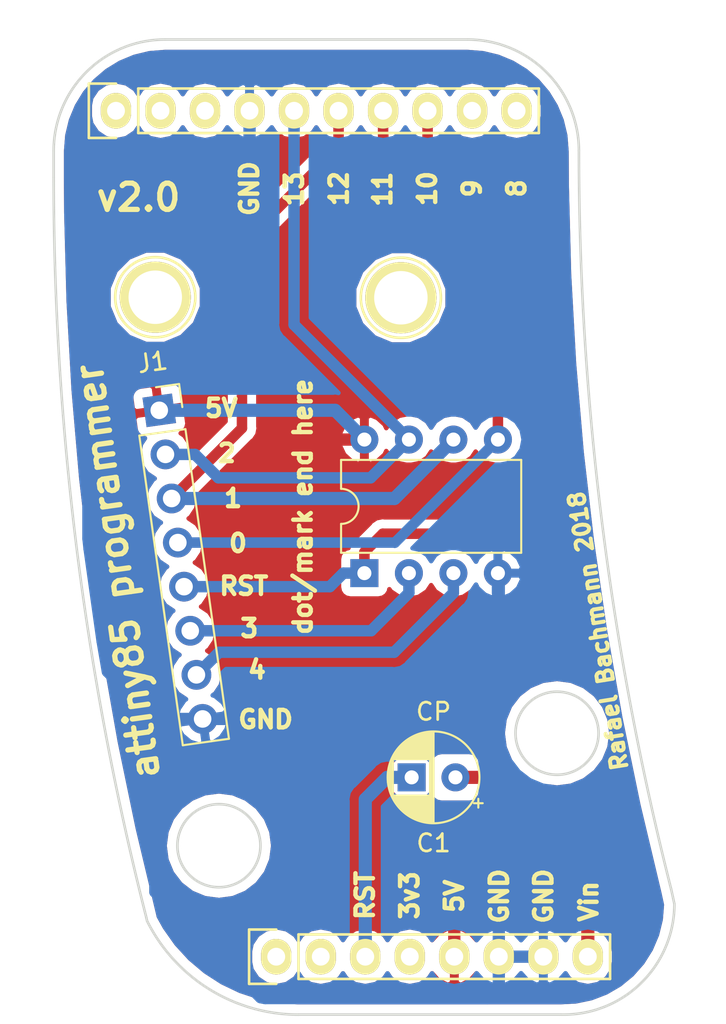
<source format=kicad_pcb>
(kicad_pcb (version 20171130) (host pcbnew 5.0.0)

  (general
    (thickness 1.6)
    (drawings 39)
    (tracks 85)
    (zones 0)
    (modules 7)
    (nets 11)
  )

  (page A4)
  (title_block
    (date "lun. 30 mars 2015")
  )

  (layers
    (0 F.Cu signal)
    (31 B.Cu signal)
    (32 B.Adhes user)
    (33 F.Adhes user)
    (34 B.Paste user)
    (35 F.Paste user)
    (36 B.SilkS user)
    (37 F.SilkS user)
    (38 B.Mask user)
    (39 F.Mask user)
    (40 Dwgs.User user)
    (41 Cmts.User user)
    (42 Eco1.User user)
    (43 Eco2.User user)
    (44 Edge.Cuts user)
    (45 Margin user)
    (46 B.CrtYd user)
    (47 F.CrtYd user)
    (48 B.Fab user)
    (49 F.Fab user)
  )

  (setup
    (last_trace_width 0.4)
    (trace_clearance 0.2)
    (zone_clearance 0.508)
    (zone_45_only no)
    (trace_min 0.2)
    (segment_width 0.15)
    (edge_width 0.15)
    (via_size 0.6)
    (via_drill 0.4)
    (via_min_size 0.4)
    (via_min_drill 0.3)
    (uvia_size 0.3)
    (uvia_drill 0.1)
    (uvias_allowed no)
    (uvia_min_size 0.2)
    (uvia_min_drill 0.1)
    (pcb_text_width 0.3)
    (pcb_text_size 1.5 1.5)
    (mod_edge_width 0.15)
    (mod_text_size 1 1)
    (mod_text_width 0.15)
    (pad_size 1.6 1.6)
    (pad_drill 0.8)
    (pad_to_mask_clearance 0)
    (aux_axis_origin 110.998 126.365)
    (grid_origin 110.998 126.365)
    (visible_elements FFFFFF7F)
    (pcbplotparams
      (layerselection 0x010fc_ffffffff)
      (usegerberextensions true)
      (usegerberattributes false)
      (usegerberadvancedattributes false)
      (creategerberjobfile false)
      (excludeedgelayer true)
      (linewidth 0.100000)
      (plotframeref false)
      (viasonmask false)
      (mode 1)
      (useauxorigin false)
      (hpglpennumber 1)
      (hpglpenspeed 20)
      (hpglpendiameter 15.000000)
      (psnegative false)
      (psa4output false)
      (plotreference true)
      (plotvalue true)
      (plotinvisibletext false)
      (padsonsilk false)
      (subtractmaskfromsilk false)
      (outputformat 1)
      (mirror false)
      (drillshape 0)
      (scaleselection 1)
      (outputdirectory "gerber/"))
  )

  (net 0 "")
  (net 1 /Reset)
  (net 2 +5V)
  (net 3 GND)
  (net 4 /Vin)
  (net 5 "/13(SCK)")
  (net 6 "/10(**/SS)")
  (net 7 "/12(MISO)")
  (net 8 "/11(**/MOSI)")
  (net 9 "Net-(J1-Pad6)")
  (net 10 "Net-(J1-Pad7)")

  (net_class Default "This is the default net class."
    (clearance 0.2)
    (trace_width 0.4)
    (via_dia 0.6)
    (via_drill 0.4)
    (uvia_dia 0.3)
    (uvia_drill 0.1)
    (add_net "/10(**/SS)")
    (add_net "/11(**/MOSI)")
    (add_net "/12(MISO)")
    (add_net "/13(SCK)")
    (add_net /Reset)
    (add_net "Net-(J1-Pad6)")
    (add_net "Net-(J1-Pad7)")
  )

  (net_class pwr ""
    (clearance 0.3)
    (trace_width 0.7)
    (via_dia 0.6)
    (via_drill 0.4)
    (uvia_dia 0.3)
    (uvia_drill 0.1)
    (add_net +5V)
    (add_net /Vin)
    (add_net GND)
  )

  (module Socket_Arduino_Uno:Socket_Strip_Arduino_1x08 locked (layer F.Cu) (tedit 5BAB9923) (tstamp 551AF9EA)
    (at 138.938 123.825)
    (descr "Through hole socket strip")
    (tags "socket strip")
    (path /56D70129)
    (fp_text reference P1 (at 8.89 -2.54) (layer F.Fab)
      (effects (font (size 1 1) (thickness 0.15)))
    )
    (fp_text value Power (at 8.89 -4.064) (layer F.Fab)
      (effects (font (size 1 1) (thickness 0.15)))
    )
    (fp_line (start -1.75 -1.75) (end -1.75 1.75) (layer F.CrtYd) (width 0.05))
    (fp_line (start 19.55 -1.75) (end 19.55 1.75) (layer F.CrtYd) (width 0.05))
    (fp_line (start -1.75 -1.75) (end 19.55 -1.75) (layer F.CrtYd) (width 0.05))
    (fp_line (start -1.75 1.75) (end 19.55 1.75) (layer F.CrtYd) (width 0.05))
    (fp_line (start 1.27 1.27) (end 19.05 1.27) (layer F.SilkS) (width 0.15))
    (fp_line (start 19.05 1.27) (end 19.05 -1.27) (layer F.SilkS) (width 0.15))
    (fp_line (start 19.05 -1.27) (end 1.27 -1.27) (layer F.SilkS) (width 0.15))
    (fp_line (start -1.55 1.55) (end 0 1.55) (layer F.SilkS) (width 0.15))
    (fp_line (start 1.27 1.27) (end 1.27 -1.27) (layer F.SilkS) (width 0.15))
    (fp_line (start 0 -1.55) (end -1.55 -1.55) (layer F.SilkS) (width 0.15))
    (fp_line (start -1.55 -1.55) (end -1.55 1.55) (layer F.SilkS) (width 0.15))
    (pad 1 thru_hole oval (at 0 0) (size 1.7272 2.032) (drill 1.016) (layers *.Cu *.Mask F.SilkS))
    (pad 2 thru_hole oval (at 2.54 0) (size 1.7272 2.032) (drill 1.016) (layers *.Cu *.Mask F.SilkS))
    (pad 3 thru_hole oval (at 5.08 0) (size 1.7272 2.032) (drill 1.016) (layers *.Cu *.Mask F.SilkS)
      (net 1 /Reset))
    (pad 4 thru_hole oval (at 7.62 0) (size 1.7272 2.032) (drill 1.016) (layers *.Cu *.Mask F.SilkS))
    (pad 5 thru_hole oval (at 10.16 0) (size 1.7272 2.032) (drill 1.016) (layers *.Cu *.Mask F.SilkS)
      (net 2 +5V))
    (pad 6 thru_hole oval (at 12.7 0) (size 1.7272 2.032) (drill 1.016) (layers *.Cu *.Mask F.SilkS)
      (net 3 GND))
    (pad 7 thru_hole oval (at 15.24 0) (size 1.7272 2.032) (drill 1.016) (layers *.Cu *.Mask F.SilkS)
      (net 3 GND))
    (pad 8 thru_hole oval (at 17.78 0) (size 1.7272 2.032) (drill 1.016) (layers *.Cu *.Mask F.SilkS)
      (net 4 /Vin))
    (model ${KIPRJMOD}/Socket_Arduino_Uno.3dshapes/Socket_header_Arduino_1x08.wrl
      (offset (xyz 8.889999866485596 0 0))
      (scale (xyz 1 1 1))
      (rotate (xyz 0 0 180))
    )
  )

  (module Socket_Arduino_Uno:Socket_Strip_Arduino_1x10 locked (layer F.Cu) (tedit 5BAB9928) (tstamp 551AFA18)
    (at 129.794 75.565)
    (descr "Through hole socket strip")
    (tags "socket strip")
    (path /56D721E0)
    (fp_text reference P3 (at 11.43 2.794) (layer F.Fab)
      (effects (font (size 1 1) (thickness 0.15)))
    )
    (fp_text value Digital (at 11.43 4.318) (layer F.Fab)
      (effects (font (size 1 1) (thickness 0.15)))
    )
    (fp_line (start -1.75 -1.75) (end -1.75 1.75) (layer F.CrtYd) (width 0.05))
    (fp_line (start 24.65 -1.75) (end 24.65 1.75) (layer F.CrtYd) (width 0.05))
    (fp_line (start -1.75 -1.75) (end 24.65 -1.75) (layer F.CrtYd) (width 0.05))
    (fp_line (start -1.75 1.75) (end 24.65 1.75) (layer F.CrtYd) (width 0.05))
    (fp_line (start 1.27 1.27) (end 24.13 1.27) (layer F.SilkS) (width 0.15))
    (fp_line (start 24.13 1.27) (end 24.13 -1.27) (layer F.SilkS) (width 0.15))
    (fp_line (start 24.13 -1.27) (end 1.27 -1.27) (layer F.SilkS) (width 0.15))
    (fp_line (start -1.55 1.55) (end 0 1.55) (layer F.SilkS) (width 0.15))
    (fp_line (start 1.27 1.27) (end 1.27 -1.27) (layer F.SilkS) (width 0.15))
    (fp_line (start 0 -1.55) (end -1.55 -1.55) (layer F.SilkS) (width 0.15))
    (fp_line (start -1.55 -1.55) (end -1.55 1.55) (layer F.SilkS) (width 0.15))
    (pad 1 thru_hole oval (at 0 0) (size 1.7272 2.032) (drill 1.016) (layers *.Cu *.Mask F.SilkS))
    (pad 2 thru_hole oval (at 2.54 0) (size 1.7272 2.032) (drill 1.016) (layers *.Cu *.Mask F.SilkS))
    (pad 3 thru_hole oval (at 5.08 0) (size 1.7272 2.032) (drill 1.016) (layers *.Cu *.Mask F.SilkS))
    (pad 4 thru_hole oval (at 7.62 0) (size 1.7272 2.032) (drill 1.016) (layers *.Cu *.Mask F.SilkS)
      (net 3 GND))
    (pad 5 thru_hole oval (at 10.16 0) (size 1.7272 2.032) (drill 1.016) (layers *.Cu *.Mask F.SilkS)
      (net 5 "/13(SCK)"))
    (pad 6 thru_hole oval (at 12.7 0) (size 1.7272 2.032) (drill 1.016) (layers *.Cu *.Mask F.SilkS)
      (net 7 "/12(MISO)"))
    (pad 7 thru_hole oval (at 15.24 0) (size 1.7272 2.032) (drill 1.016) (layers *.Cu *.Mask F.SilkS)
      (net 8 "/11(**/MOSI)"))
    (pad 8 thru_hole oval (at 17.78 0) (size 1.7272 2.032) (drill 1.016) (layers *.Cu *.Mask F.SilkS)
      (net 6 "/10(**/SS)"))
    (pad 9 thru_hole oval (at 20.32 0) (size 1.7272 2.032) (drill 1.016) (layers *.Cu *.Mask F.SilkS))
    (pad 10 thru_hole oval (at 22.86 0) (size 1.7272 2.032) (drill 1.016) (layers *.Cu *.Mask F.SilkS))
    (model ${KIPRJMOD}/Socket_Arduino_Uno.3dshapes/Socket_header_Arduino_1x10.wrl
      (offset (xyz 11.42999982833862 0 0))
      (scale (xyz 1 1 1))
      (rotate (xyz 0 0 180))
    )
  )

  (module Socket_Arduino_Uno:Arduino_1pin locked (layer F.Cu) (tedit 5524FC2F) (tstamp 5BAB9D27)
    (at 132.03428 86.20252)
    (descr "module 1 pin (ou trou mecanique de percage)")
    (tags DEV)
    (path /56D712A8)
    (fp_text reference P7 (at 0 -3.048) (layer F.SilkS) hide
      (effects (font (size 1 1) (thickness 0.15)))
    )
    (fp_text value CONN_01X01 (at 0 2.794) (layer F.Fab) hide
      (effects (font (size 1 1) (thickness 0.15)))
    )
    (fp_circle (center 0 0) (end 0 -2.286) (layer F.SilkS) (width 0.15))
    (pad 1 thru_hole circle (at 0 0) (size 4.064 4.064) (drill 3.048) (layers *.Cu *.Mask F.SilkS))
  )

  (module Socket_Arduino_Uno:Arduino_1pin locked (layer F.Cu) (tedit 5524FC41) (tstamp 5524FC4E)
    (at 146.05 86.233)
    (descr "module 1 pin (ou trou mecanique de percage)")
    (tags DEV)
    (path /56D712DB)
    (fp_text reference P8 (at 0 -3.048) (layer F.SilkS) hide
      (effects (font (size 1 1) (thickness 0.15)))
    )
    (fp_text value CONN_01X01 (at 0 2.794) (layer F.Fab) hide
      (effects (font (size 1 1) (thickness 0.15)))
    )
    (fp_circle (center 0 0) (end 0 -2.286) (layer F.SilkS) (width 0.15))
    (pad 1 thru_hole circle (at 0 0) (size 4.064 4.064) (drill 3.048) (layers *.Cu *.Mask F.SilkS))
  )

  (module Package_DIP:DIP-8_W7.62mm (layer F.Cu) (tedit 5BAB991B) (tstamp 5BB741AD)
    (at 143.9672 101.9429 90)
    (descr "8-lead though-hole mounted DIP package, row spacing 7.62 mm (300 mils)")
    (tags "THT DIP DIL PDIP 2.54mm 7.62mm 300mil")
    (path /5BA12B52)
    (fp_text reference U1 (at 3.88366 10.26668 90) (layer F.Fab)
      (effects (font (size 1 1) (thickness 0.15)))
    )
    (fp_text value ATtiny85-20PU (at 3.81 9.95 90) (layer F.Fab)
      (effects (font (size 1 1) (thickness 0.15)))
    )
    (fp_arc (start 3.81 -1.33) (end 2.81 -1.33) (angle -180) (layer F.SilkS) (width 0.12))
    (fp_line (start 1.635 -1.27) (end 6.985 -1.27) (layer F.Fab) (width 0.1))
    (fp_line (start 6.985 -1.27) (end 6.985 8.89) (layer F.Fab) (width 0.1))
    (fp_line (start 6.985 8.89) (end 0.635 8.89) (layer F.Fab) (width 0.1))
    (fp_line (start 0.635 8.89) (end 0.635 -0.27) (layer F.Fab) (width 0.1))
    (fp_line (start 0.635 -0.27) (end 1.635 -1.27) (layer F.Fab) (width 0.1))
    (fp_line (start 2.81 -1.33) (end 1.16 -1.33) (layer F.SilkS) (width 0.12))
    (fp_line (start 1.16 -1.33) (end 1.16 8.95) (layer F.SilkS) (width 0.12))
    (fp_line (start 1.16 8.95) (end 6.46 8.95) (layer F.SilkS) (width 0.12))
    (fp_line (start 6.46 8.95) (end 6.46 -1.33) (layer F.SilkS) (width 0.12))
    (fp_line (start 6.46 -1.33) (end 4.81 -1.33) (layer F.SilkS) (width 0.12))
    (fp_line (start -1.1 -1.55) (end -1.1 9.15) (layer F.CrtYd) (width 0.05))
    (fp_line (start -1.1 9.15) (end 8.7 9.15) (layer F.CrtYd) (width 0.05))
    (fp_line (start 8.7 9.15) (end 8.7 -1.55) (layer F.CrtYd) (width 0.05))
    (fp_line (start 8.7 -1.55) (end -1.1 -1.55) (layer F.CrtYd) (width 0.05))
    (fp_text user %R (at 3.81 3.81 90) (layer F.Fab)
      (effects (font (size 1 1) (thickness 0.15)))
    )
    (pad 1 thru_hole rect (at 0 0 90) (size 1.6 1.6) (drill 0.8) (layers *.Cu *.Mask)
      (net 6 "/10(**/SS)"))
    (pad 5 thru_hole oval (at 7.62 7.62 90) (size 1.6 1.6) (drill 0.8) (layers *.Cu *.Mask)
      (net 8 "/11(**/MOSI)"))
    (pad 2 thru_hole oval (at 0 2.54 90) (size 1.6 1.6) (drill 0.8) (layers *.Cu *.Mask)
      (net 9 "Net-(J1-Pad6)"))
    (pad 6 thru_hole oval (at 7.62 5.08 90) (size 1.6 1.6) (drill 0.8) (layers *.Cu *.Mask)
      (net 7 "/12(MISO)"))
    (pad 3 thru_hole oval (at 0 5.08 90) (size 1.6 1.6) (drill 0.8) (layers *.Cu *.Mask)
      (net 10 "Net-(J1-Pad7)"))
    (pad 7 thru_hole oval (at 7.62 2.54 90) (size 1.6 1.6) (drill 0.8) (layers *.Cu *.Mask)
      (net 5 "/13(SCK)"))
    (pad 4 thru_hole oval (at 0 7.62 90) (size 1.6 1.6) (drill 0.8) (layers *.Cu *.Mask)
      (net 3 GND))
    (pad 8 thru_hole oval (at 7.62 0 90) (size 1.6 1.6) (drill 0.8) (layers *.Cu *.Mask)
      (net 2 +5V))
    (model ${KISYS3DMOD}/Package_DIP.3dshapes/DIP-8_W7.62mm.wrl
      (at (xyz 0 0 0))
      (scale (xyz 1 1 1))
      (rotate (xyz 0 0 0))
    )
  )

  (module Capacitor_THT:CP_Radial_D5.0mm_P2.50mm (layer F.Cu) (tedit 5BC346D1) (tstamp 5BB73F4D)
    (at 149.16404 113.59388 180)
    (descr "CP, Radial series, Radial, pin pitch=2.50mm, , diameter=5mm, Electrolytic Capacitor")
    (tags "CP Radial series Radial pin pitch 2.50mm  diameter 5mm Electrolytic Capacitor")
    (path /5BA13F29)
    (fp_text reference C1 (at 1.25 -3.75 180) (layer F.SilkS)
      (effects (font (size 1 1) (thickness 0.15)))
    )
    (fp_text value CP (at 1.25 3.75 180) (layer F.SilkS)
      (effects (font (size 1 1) (thickness 0.15)))
    )
    (fp_circle (center 1.25 0) (end 3.75 0) (layer F.Fab) (width 0.1))
    (fp_circle (center 1.25 0) (end 3.87 0) (layer F.SilkS) (width 0.12))
    (fp_circle (center 1.25 0) (end 4 0) (layer F.CrtYd) (width 0.05))
    (fp_line (start -0.883605 -1.0875) (end -0.383605 -1.0875) (layer F.Fab) (width 0.1))
    (fp_line (start -0.633605 -1.3375) (end -0.633605 -0.8375) (layer F.Fab) (width 0.1))
    (fp_line (start 1.25 -2.58) (end 1.25 2.58) (layer F.SilkS) (width 0.12))
    (fp_line (start 1.29 -2.58) (end 1.29 2.58) (layer F.SilkS) (width 0.12))
    (fp_line (start 1.33 -2.579) (end 1.33 2.579) (layer F.SilkS) (width 0.12))
    (fp_line (start 1.37 -2.578) (end 1.37 2.578) (layer F.SilkS) (width 0.12))
    (fp_line (start 1.41 -2.576) (end 1.41 2.576) (layer F.SilkS) (width 0.12))
    (fp_line (start 1.45 -2.573) (end 1.45 2.573) (layer F.SilkS) (width 0.12))
    (fp_line (start 1.49 -2.569) (end 1.49 -1.04) (layer F.SilkS) (width 0.12))
    (fp_line (start 1.49 1.04) (end 1.49 2.569) (layer F.SilkS) (width 0.12))
    (fp_line (start 1.53 -2.565) (end 1.53 -1.04) (layer F.SilkS) (width 0.12))
    (fp_line (start 1.53 1.04) (end 1.53 2.565) (layer F.SilkS) (width 0.12))
    (fp_line (start 1.57 -2.561) (end 1.57 -1.04) (layer F.SilkS) (width 0.12))
    (fp_line (start 1.57 1.04) (end 1.57 2.561) (layer F.SilkS) (width 0.12))
    (fp_line (start 1.61 -2.556) (end 1.61 -1.04) (layer F.SilkS) (width 0.12))
    (fp_line (start 1.61 1.04) (end 1.61 2.556) (layer F.SilkS) (width 0.12))
    (fp_line (start 1.65 -2.55) (end 1.65 -1.04) (layer F.SilkS) (width 0.12))
    (fp_line (start 1.65 1.04) (end 1.65 2.55) (layer F.SilkS) (width 0.12))
    (fp_line (start 1.69 -2.543) (end 1.69 -1.04) (layer F.SilkS) (width 0.12))
    (fp_line (start 1.69 1.04) (end 1.69 2.543) (layer F.SilkS) (width 0.12))
    (fp_line (start 1.73 -2.536) (end 1.73 -1.04) (layer F.SilkS) (width 0.12))
    (fp_line (start 1.73 1.04) (end 1.73 2.536) (layer F.SilkS) (width 0.12))
    (fp_line (start 1.77 -2.528) (end 1.77 -1.04) (layer F.SilkS) (width 0.12))
    (fp_line (start 1.77 1.04) (end 1.77 2.528) (layer F.SilkS) (width 0.12))
    (fp_line (start 1.81 -2.52) (end 1.81 -1.04) (layer F.SilkS) (width 0.12))
    (fp_line (start 1.81 1.04) (end 1.81 2.52) (layer F.SilkS) (width 0.12))
    (fp_line (start 1.85 -2.511) (end 1.85 -1.04) (layer F.SilkS) (width 0.12))
    (fp_line (start 1.85 1.04) (end 1.85 2.511) (layer F.SilkS) (width 0.12))
    (fp_line (start 1.89 -2.501) (end 1.89 -1.04) (layer F.SilkS) (width 0.12))
    (fp_line (start 1.89 1.04) (end 1.89 2.501) (layer F.SilkS) (width 0.12))
    (fp_line (start 1.93 -2.491) (end 1.93 -1.04) (layer F.SilkS) (width 0.12))
    (fp_line (start 1.93 1.04) (end 1.93 2.491) (layer F.SilkS) (width 0.12))
    (fp_line (start 1.971 -2.48) (end 1.971 -1.04) (layer F.SilkS) (width 0.12))
    (fp_line (start 1.971 1.04) (end 1.971 2.48) (layer F.SilkS) (width 0.12))
    (fp_line (start 2.011 -2.468) (end 2.011 -1.04) (layer F.SilkS) (width 0.12))
    (fp_line (start 2.011 1.04) (end 2.011 2.468) (layer F.SilkS) (width 0.12))
    (fp_line (start 2.051 -2.455) (end 2.051 -1.04) (layer F.SilkS) (width 0.12))
    (fp_line (start 2.051 1.04) (end 2.051 2.455) (layer F.SilkS) (width 0.12))
    (fp_line (start 2.091 -2.442) (end 2.091 -1.04) (layer F.SilkS) (width 0.12))
    (fp_line (start 2.091 1.04) (end 2.091 2.442) (layer F.SilkS) (width 0.12))
    (fp_line (start 2.131 -2.428) (end 2.131 -1.04) (layer F.SilkS) (width 0.12))
    (fp_line (start 2.131 1.04) (end 2.131 2.428) (layer F.SilkS) (width 0.12))
    (fp_line (start 2.171 -2.414) (end 2.171 -1.04) (layer F.SilkS) (width 0.12))
    (fp_line (start 2.171 1.04) (end 2.171 2.414) (layer F.SilkS) (width 0.12))
    (fp_line (start 2.211 -2.398) (end 2.211 -1.04) (layer F.SilkS) (width 0.12))
    (fp_line (start 2.211 1.04) (end 2.211 2.398) (layer F.SilkS) (width 0.12))
    (fp_line (start 2.251 -2.382) (end 2.251 -1.04) (layer F.SilkS) (width 0.12))
    (fp_line (start 2.251 1.04) (end 2.251 2.382) (layer F.SilkS) (width 0.12))
    (fp_line (start 2.291 -2.365) (end 2.291 -1.04) (layer F.SilkS) (width 0.12))
    (fp_line (start 2.291 1.04) (end 2.291 2.365) (layer F.SilkS) (width 0.12))
    (fp_line (start 2.331 -2.348) (end 2.331 -1.04) (layer F.SilkS) (width 0.12))
    (fp_line (start 2.331 1.04) (end 2.331 2.348) (layer F.SilkS) (width 0.12))
    (fp_line (start 2.371 -2.329) (end 2.371 -1.04) (layer F.SilkS) (width 0.12))
    (fp_line (start 2.371 1.04) (end 2.371 2.329) (layer F.SilkS) (width 0.12))
    (fp_line (start 2.411 -2.31) (end 2.411 -1.04) (layer F.SilkS) (width 0.12))
    (fp_line (start 2.411 1.04) (end 2.411 2.31) (layer F.SilkS) (width 0.12))
    (fp_line (start 2.451 -2.29) (end 2.451 -1.04) (layer F.SilkS) (width 0.12))
    (fp_line (start 2.451 1.04) (end 2.451 2.29) (layer F.SilkS) (width 0.12))
    (fp_line (start 2.491 -2.268) (end 2.491 -1.04) (layer F.SilkS) (width 0.12))
    (fp_line (start 2.491 1.04) (end 2.491 2.268) (layer F.SilkS) (width 0.12))
    (fp_line (start 2.531 -2.247) (end 2.531 -1.04) (layer F.SilkS) (width 0.12))
    (fp_line (start 2.531 1.04) (end 2.531 2.247) (layer F.SilkS) (width 0.12))
    (fp_line (start 2.571 -2.224) (end 2.571 -1.04) (layer F.SilkS) (width 0.12))
    (fp_line (start 2.571 1.04) (end 2.571 2.224) (layer F.SilkS) (width 0.12))
    (fp_line (start 2.611 -2.2) (end 2.611 -1.04) (layer F.SilkS) (width 0.12))
    (fp_line (start 2.611 1.04) (end 2.611 2.2) (layer F.SilkS) (width 0.12))
    (fp_line (start 2.651 -2.175) (end 2.651 -1.04) (layer F.SilkS) (width 0.12))
    (fp_line (start 2.651 1.04) (end 2.651 2.175) (layer F.SilkS) (width 0.12))
    (fp_line (start 2.691 -2.149) (end 2.691 -1.04) (layer F.SilkS) (width 0.12))
    (fp_line (start 2.691 1.04) (end 2.691 2.149) (layer F.SilkS) (width 0.12))
    (fp_line (start 2.731 -2.122) (end 2.731 -1.04) (layer F.SilkS) (width 0.12))
    (fp_line (start 2.731 1.04) (end 2.731 2.122) (layer F.SilkS) (width 0.12))
    (fp_line (start 2.771 -2.095) (end 2.771 -1.04) (layer F.SilkS) (width 0.12))
    (fp_line (start 2.771 1.04) (end 2.771 2.095) (layer F.SilkS) (width 0.12))
    (fp_line (start 2.811 -2.065) (end 2.811 -1.04) (layer F.SilkS) (width 0.12))
    (fp_line (start 2.811 1.04) (end 2.811 2.065) (layer F.SilkS) (width 0.12))
    (fp_line (start 2.851 -2.035) (end 2.851 -1.04) (layer F.SilkS) (width 0.12))
    (fp_line (start 2.851 1.04) (end 2.851 2.035) (layer F.SilkS) (width 0.12))
    (fp_line (start 2.891 -2.004) (end 2.891 -1.04) (layer F.SilkS) (width 0.12))
    (fp_line (start 2.891 1.04) (end 2.891 2.004) (layer F.SilkS) (width 0.12))
    (fp_line (start 2.931 -1.971) (end 2.931 -1.04) (layer F.SilkS) (width 0.12))
    (fp_line (start 2.931 1.04) (end 2.931 1.971) (layer F.SilkS) (width 0.12))
    (fp_line (start 2.971 -1.937) (end 2.971 -1.04) (layer F.SilkS) (width 0.12))
    (fp_line (start 2.971 1.04) (end 2.971 1.937) (layer F.SilkS) (width 0.12))
    (fp_line (start 3.011 -1.901) (end 3.011 -1.04) (layer F.SilkS) (width 0.12))
    (fp_line (start 3.011 1.04) (end 3.011 1.901) (layer F.SilkS) (width 0.12))
    (fp_line (start 3.051 -1.864) (end 3.051 -1.04) (layer F.SilkS) (width 0.12))
    (fp_line (start 3.051 1.04) (end 3.051 1.864) (layer F.SilkS) (width 0.12))
    (fp_line (start 3.091 -1.826) (end 3.091 -1.04) (layer F.SilkS) (width 0.12))
    (fp_line (start 3.091 1.04) (end 3.091 1.826) (layer F.SilkS) (width 0.12))
    (fp_line (start 3.131 -1.785) (end 3.131 -1.04) (layer F.SilkS) (width 0.12))
    (fp_line (start 3.131 1.04) (end 3.131 1.785) (layer F.SilkS) (width 0.12))
    (fp_line (start 3.171 -1.743) (end 3.171 -1.04) (layer F.SilkS) (width 0.12))
    (fp_line (start 3.171 1.04) (end 3.171 1.743) (layer F.SilkS) (width 0.12))
    (fp_line (start 3.211 -1.699) (end 3.211 -1.04) (layer F.SilkS) (width 0.12))
    (fp_line (start 3.211 1.04) (end 3.211 1.699) (layer F.SilkS) (width 0.12))
    (fp_line (start 3.251 -1.653) (end 3.251 -1.04) (layer F.SilkS) (width 0.12))
    (fp_line (start 3.251 1.04) (end 3.251 1.653) (layer F.SilkS) (width 0.12))
    (fp_line (start 3.291 -1.605) (end 3.291 -1.04) (layer F.SilkS) (width 0.12))
    (fp_line (start 3.291 1.04) (end 3.291 1.605) (layer F.SilkS) (width 0.12))
    (fp_line (start 3.331 -1.554) (end 3.331 -1.04) (layer F.SilkS) (width 0.12))
    (fp_line (start 3.331 1.04) (end 3.331 1.554) (layer F.SilkS) (width 0.12))
    (fp_line (start 3.371 -1.5) (end 3.371 -1.04) (layer F.SilkS) (width 0.12))
    (fp_line (start 3.371 1.04) (end 3.371 1.5) (layer F.SilkS) (width 0.12))
    (fp_line (start 3.411 -1.443) (end 3.411 -1.04) (layer F.SilkS) (width 0.12))
    (fp_line (start 3.411 1.04) (end 3.411 1.443) (layer F.SilkS) (width 0.12))
    (fp_line (start 3.451 -1.383) (end 3.451 -1.04) (layer F.SilkS) (width 0.12))
    (fp_line (start 3.451 1.04) (end 3.451 1.383) (layer F.SilkS) (width 0.12))
    (fp_line (start 3.491 -1.319) (end 3.491 -1.04) (layer F.SilkS) (width 0.12))
    (fp_line (start 3.491 1.04) (end 3.491 1.319) (layer F.SilkS) (width 0.12))
    (fp_line (start 3.531 -1.251) (end 3.531 -1.04) (layer F.SilkS) (width 0.12))
    (fp_line (start 3.531 1.04) (end 3.531 1.251) (layer F.SilkS) (width 0.12))
    (fp_line (start 3.571 -1.178) (end 3.571 1.178) (layer F.SilkS) (width 0.12))
    (fp_line (start 3.611 -1.098) (end 3.611 1.098) (layer F.SilkS) (width 0.12))
    (fp_line (start 3.651 -1.011) (end 3.651 1.011) (layer F.SilkS) (width 0.12))
    (fp_line (start 3.691 -0.915) (end 3.691 0.915) (layer F.SilkS) (width 0.12))
    (fp_line (start 3.731 -0.805) (end 3.731 0.805) (layer F.SilkS) (width 0.12))
    (fp_line (start 3.771 -0.677) (end 3.771 0.677) (layer F.SilkS) (width 0.12))
    (fp_line (start 3.811 -0.518) (end 3.811 0.518) (layer F.SilkS) (width 0.12))
    (fp_line (start 3.851 -0.284) (end 3.851 0.284) (layer F.SilkS) (width 0.12))
    (fp_line (start -1.554775 -1.475) (end -1.054775 -1.475) (layer F.SilkS) (width 0.12))
    (fp_line (start -1.304775 -1.725) (end -1.304775 -1.225) (layer F.SilkS) (width 0.12))
    (fp_text user %R (at 1.25 0 180) (layer F.Fab)
      (effects (font (size 1 1) (thickness 0.15)))
    )
    (pad 1 thru_hole oval (at 0 0 180) (size 1.6 1.6) (drill 0.8) (layers *.Cu *.Mask)
      (net 4 /Vin))
    (pad 2 thru_hole rect (at 2.5 0 180) (size 1.6 1.6) (drill 0.8) (layers *.Cu *.Mask)
      (net 1 /Reset))
    (model ${KISYS3DMOD}/Capacitor_THT.3dshapes/CP_Radial_D5.0mm_P2.50mm.wrl
      (at (xyz 0 0 0))
      (scale (xyz 1 1 1))
      (rotate (xyz 0 0 0))
    )
  )

  (module Connector_PinSocket_2.54mm:PinSocket_1x08_P2.54mm_Vertical (layer F.Cu) (tedit 5A19A420) (tstamp 5BAB75E3)
    (at 132.26288 92.65412 8)
    (descr "Through hole straight socket strip, 1x08, 2.54mm pitch, single row (from Kicad 4.0.7), script generated")
    (tags "Through hole socket strip THT 1x08 2.54mm single row")
    (path /5BA14AD3)
    (fp_text reference J1 (at 0 -2.77 8) (layer F.SilkS)
      (effects (font (size 1 1) (thickness 0.15)))
    )
    (fp_text value Conn_01x08 (at 0 20.55 8) (layer F.Fab)
      (effects (font (size 1 1) (thickness 0.15)))
    )
    (fp_line (start -1.27 -1.27) (end 0.635 -1.27) (layer F.Fab) (width 0.1))
    (fp_line (start 0.635 -1.27) (end 1.27 -0.635) (layer F.Fab) (width 0.1))
    (fp_line (start 1.27 -0.635) (end 1.27 19.05) (layer F.Fab) (width 0.1))
    (fp_line (start 1.27 19.05) (end -1.27 19.05) (layer F.Fab) (width 0.1))
    (fp_line (start -1.27 19.05) (end -1.27 -1.27) (layer F.Fab) (width 0.1))
    (fp_line (start -1.33 1.27) (end 1.33 1.27) (layer F.SilkS) (width 0.12))
    (fp_line (start -1.33 1.27) (end -1.33 19.11) (layer F.SilkS) (width 0.12))
    (fp_line (start -1.33 19.11) (end 1.33 19.11) (layer F.SilkS) (width 0.12))
    (fp_line (start 1.33 1.27) (end 1.33 19.11) (layer F.SilkS) (width 0.12))
    (fp_line (start 1.33 -1.33) (end 1.33 0) (layer F.SilkS) (width 0.12))
    (fp_line (start 0 -1.33) (end 1.33 -1.33) (layer F.SilkS) (width 0.12))
    (fp_line (start -1.8 -1.8) (end 1.75 -1.8) (layer F.CrtYd) (width 0.05))
    (fp_line (start 1.75 -1.8) (end 1.75 19.55) (layer F.CrtYd) (width 0.05))
    (fp_line (start 1.75 19.55) (end -1.8 19.55) (layer F.CrtYd) (width 0.05))
    (fp_line (start -1.8 19.55) (end -1.8 -1.8) (layer F.CrtYd) (width 0.05))
    (fp_text user %R (at 0 8.89 98) (layer F.Fab)
      (effects (font (size 1 1) (thickness 0.15)))
    )
    (pad 1 thru_hole rect (at 0 0 8) (size 1.7 1.7) (drill 1) (layers *.Cu *.Mask)
      (net 2 +5V))
    (pad 2 thru_hole oval (at 0 2.54 8) (size 1.7 1.7) (drill 1) (layers *.Cu *.Mask)
      (net 5 "/13(SCK)"))
    (pad 3 thru_hole oval (at 0 5.08 8) (size 1.7 1.7) (drill 1) (layers *.Cu *.Mask)
      (net 7 "/12(MISO)"))
    (pad 4 thru_hole oval (at 0 7.62 8) (size 1.7 1.7) (drill 1) (layers *.Cu *.Mask)
      (net 8 "/11(**/MOSI)"))
    (pad 5 thru_hole oval (at 0 10.16 8) (size 1.7 1.7) (drill 1) (layers *.Cu *.Mask)
      (net 6 "/10(**/SS)"))
    (pad 6 thru_hole oval (at 0 12.699997 8) (size 1.7 1.7) (drill 1) (layers *.Cu *.Mask)
      (net 9 "Net-(J1-Pad6)"))
    (pad 7 thru_hole oval (at 0 15.24 8) (size 1.7 1.7) (drill 1) (layers *.Cu *.Mask)
      (net 10 "Net-(J1-Pad7)"))
    (pad 8 thru_hole oval (at 0 17.78 8) (size 1.7 1.7) (drill 1) (layers *.Cu *.Mask)
      (net 3 GND))
    (model ${KISYS3DMOD}/Connector_PinSocket_2.54mm.3dshapes/PinSocket_1x08_P2.54mm_Vertical.wrl
      (at (xyz 0 0 0))
      (scale (xyz 1 1 1))
      (rotate (xyz 0 0 0))
    )
  )

  (gr_text 8 (at 152.654 79.99476 90) (layer F.SilkS) (tstamp 5BAB9C4E)
    (effects (font (size 1 1) (thickness 0.25)))
  )
  (gr_text 9 (at 150.10892 79.99476 90) (layer F.SilkS) (tstamp 5BAB9C4A)
    (effects (font (size 1 1) (thickness 0.25)))
  )
  (gr_text 10 (at 147.55876 80.00492 90) (layer F.SilkS) (tstamp 5BAB9C45)
    (effects (font (size 1 1) (thickness 0.25)))
  )
  (gr_text 11 (at 145.00352 80.04048 90) (layer F.SilkS) (tstamp 5BAB9C41)
    (effects (font (size 1 1) (thickness 0.25)))
  )
  (gr_text 12 (at 142.5194 80.00492 90) (layer F.SilkS) (tstamp 5BAB9C3D)
    (effects (font (size 1 1) (thickness 0.25)))
  )
  (gr_text 13 (at 139.96416 80.02524 90) (layer F.SilkS) (tstamp 5BAB9C39)
    (effects (font (size 1 1) (thickness 0.25)))
  )
  (gr_text GND (at 137.40892 80.00492 90) (layer F.SilkS) (tstamp 5BAB9C36)
    (effects (font (size 1 1) (thickness 0.25)))
  )
  (gr_text 0 (at 136.7536 100.23856) (layer F.SilkS) (tstamp 5BAB9ACB)
    (effects (font (size 1 1) (thickness 0.25)))
  )
  (gr_text 1 (at 136.4742 97.67316) (layer F.SilkS) (tstamp 5BAB9AAC)
    (effects (font (size 1 1) (thickness 0.25)))
  )
  (gr_text 2 (at 136.11352 95.10268) (layer F.SilkS) (tstamp 5BAB9A8C)
    (effects (font (size 1 1) (thickness 0.25)))
  )
  (gr_text 5V (at 135.80364 92.53728) (layer F.SilkS) (tstamp 5BAB9A66)
    (effects (font (size 1 1) (thickness 0.25)))
  )
  (gr_text RST (at 137.08888 102.68204) (layer F.SilkS) (tstamp 5BAB9A3E)
    (effects (font (size 1 1) (thickness 0.25)))
  )
  (gr_text 3 (at 137.39876 105.09504) (layer F.SilkS) (tstamp 5BAB9A26)
    (effects (font (size 1 1) (thickness 0.25)))
  )
  (gr_text 4 (at 137.83564 107.45724) (layer F.SilkS) (tstamp 5BAB9A19)
    (effects (font (size 1 1) (thickness 0.25)))
  )
  (gr_text GND (at 138.33348 110.29188) (layer F.SilkS) (tstamp 5BAB99C7)
    (effects (font (size 1 1) (thickness 0.25)))
  )
  (gr_text RST (at 144.00784 120.32488 90) (layer F.SilkS) (tstamp 5BAB99B0)
    (effects (font (size 1 1) (thickness 0.25)))
  )
  (gr_text 3v3 (at 146.55292 120.32488 90) (layer F.SilkS) (tstamp 5BAB998F)
    (effects (font (size 1 1) (thickness 0.25)))
  )
  (gr_text 5V (at 149.098 120.3706 90) (layer F.SilkS) (tstamp 5BAB9977)
    (effects (font (size 1 1) (thickness 0.25)))
  )
  (gr_text GND (at 151.6634 120.3706 90) (layer F.SilkS) (tstamp 5BAB996E)
    (effects (font (size 1 1) (thickness 0.25)))
  )
  (gr_text GND (at 154.19324 120.3706 90) (layer F.SilkS) (tstamp 5BAB9968)
    (effects (font (size 1 1) (thickness 0.25)))
  )
  (gr_text Vin (at 156.7688 120.67032 90) (layer F.SilkS)
    (effects (font (size 1 1) (thickness 0.25)))
  )
  (gr_circle (center 135.66648 117.492838) (end 137.53084 118.955878) (layer Edge.Cuts) (width 0.15) (tstamp 5BAB81F6))
  (gr_text "dot/mark end here" (at 140.45692 98.15576 90) (layer F.SilkS)
    (effects (font (size 1 1) (thickness 0.25)))
  )
  (gr_circle (center 154.96032 111.076682) (end 156.82468 112.539722) (layer Edge.Cuts) (width 0.15))
  (gr_text v2.0 (at 131.07924 80.51292) (layer F.SilkS)
    (effects (font (size 1.5 1.5) (thickness 0.3)))
  )
  (gr_text "Rafael Bachmann 2018" (at 157.3022 105.23728 99) (layer F.SilkS)
    (effects (font (size 0.9 0.9) (thickness 0.225)))
  )
  (gr_text "attiny85 programmer" (at 129.8702 101.83876 98) (layer F.SilkS)
    (effects (font (size 1.5 1.5) (thickness 0.3)))
  )
  (gr_line (start 131.5212 121.5898) (end 131.56692 121.77776) (layer Edge.Cuts) (width 0.15))
  (gr_line (start 161.47288 119.96928) (end 161.65576 120.80748) (layer Edge.Cuts) (width 0.15))
  (gr_arc (start 327.406871 77.851) (end 156.21 77.851) (angle -14.24212258) (layer Edge.Cuts) (width 0.15) (tstamp 5BB74769))
  (gr_arc (start 155.336489 120.805903) (end 155.194 127.127) (angle -91.29133218) (layer Edge.Cuts) (width 0.15) (tstamp 5BB7475F))
  (gr_line (start 140.208 127.127) (end 155.194 127.127) (layer Edge.Cuts) (width 0.15))
  (gr_arc (start 140.208 117.475) (end 131.572001 121.792999) (angle -63.43494882) (layer Edge.Cuts) (width 0.15))
  (gr_arc (start 149.86 77.851) (end 156.21 77.851) (angle -90) (layer Edge.Cuts) (width 0.15) (tstamp 5BB74745))
  (gr_line (start 132.588 71.501) (end 149.86 71.501) (layer Edge.Cuts) (width 0.15))
  (gr_line (start 126.238 77.851) (end 126.238 79.375) (layer Edge.Cuts) (width 0.15))
  (gr_arc (start 132.588 77.851) (end 132.588 71.501) (angle -90) (layer Edge.Cuts) (width 0.15))
  (gr_arc (start 297.434871 79.375) (end 126.238 79.375) (angle -14.27656033) (layer Edge.Cuts) (width 0.15))
  (gr_text 1 (at 138.938 121.285 90) (layer F.Fab)
    (effects (font (size 1 1) (thickness 0.15)))
  )

  (segment (start 144.0072 123.8142) (end 144.018 123.825) (width 0.75) (layer B.Cu) (net 1))
  (segment (start 145.26768 113.59388) (end 146.66404 113.59388) (width 0.75) (layer B.Cu) (net 1))
  (segment (start 144.018 114.84356) (end 145.26768 113.59388) (width 0.75) (layer B.Cu) (net 1))
  (segment (start 144.018 123.825) (end 144.018 114.84356) (width 0.75) (layer B.Cu) (net 1))
  (segment (start 149.098 122.109) (end 147.0802 120.0912) (width 0.7) (layer F.Cu) (net 2))
  (segment (start 149.098 123.825) (end 149.098 122.109) (width 0.7) (layer F.Cu) (net 2))
  (segment (start 147.0802 120.0912) (end 143.4211 120.0912) (width 0.7) (layer F.Cu) (net 2))
  (segment (start 143.4211 120.0912) (end 141.2367 117.9068) (width 0.7) (layer F.Cu) (net 2))
  (segment (start 141.2367 117.9068) (end 141.2367 95.6056) (width 0.7) (layer F.Cu) (net 2))
  (segment (start 142.5194 94.3229) (end 143.9672 94.3229) (width 0.7) (layer F.Cu) (net 2))
  (segment (start 141.2367 95.6056) (end 142.5194 94.3229) (width 0.7) (layer F.Cu) (net 2))
  (segment (start 142.29842 92.65412) (end 143.9672 94.3229) (width 0.75) (layer B.Cu) (net 2))
  (segment (start 132.26288 92.65412) (end 142.29842 92.65412) (width 0.75) (layer B.Cu) (net 2))
  (segment (start 151.638 101.9937) (end 151.5872 101.9429) (width 0.7) (layer B.Cu) (net 3))
  (segment (start 151.5872 101.9429) (end 151.5872 103.07427) (width 0.7) (layer B.Cu) (net 3))
  (segment (start 135.939459 110.261086) (end 137.610465 108.59008) (width 0.7) (layer B.Cu) (net 3))
  (segment (start 134.737378 110.261086) (end 135.939459 110.261086) (width 0.7) (layer B.Cu) (net 3))
  (segment (start 150.65756 108.59008) (end 151.638 107.60964) (width 0.7) (layer B.Cu) (net 3))
  (segment (start 137.610465 108.59008) (end 150.65756 108.59008) (width 0.7) (layer B.Cu) (net 3))
  (segment (start 151.638 107.60964) (end 151.638 101.9937) (width 0.7) (layer B.Cu) (net 3))
  (segment (start 150.70836 108.59008) (end 151.638 109.51972) (width 0.7) (layer B.Cu) (net 3))
  (segment (start 150.65756 108.59008) (end 150.70836 108.59008) (width 0.7) (layer B.Cu) (net 3))
  (segment (start 151.638 123.825) (end 151.638 109.51972) (width 0.7) (layer B.Cu) (net 3))
  (segment (start 137.414 75.565) (end 137.166967 75.565) (width 0.7) (layer B.Cu) (net 3))
  (segment (start 129.02613 105.815914) (end 129.325747 107.547786) (width 0.7) (layer B.Cu) (net 3))
  (segment (start 128.284397 100.558553) (end 129.02613 105.815914) (width 0.7) (layer B.Cu) (net 3))
  (segment (start 128.2192 84.512767) (end 128.2192 99.962856) (width 0.7) (layer B.Cu) (net 3))
  (segment (start 128.2192 99.962856) (end 128.284397 100.558553) (width 0.7) (layer B.Cu) (net 3))
  (segment (start 132.039047 110.261086) (end 134.737378 110.261086) (width 0.7) (layer B.Cu) (net 3))
  (segment (start 129.325747 107.547786) (end 132.039047 110.261086) (width 0.7) (layer B.Cu) (net 3))
  (segment (start 150.991204 126.187796) (end 151.638 125.541) (width 0.7) (layer B.Cu) (net 3))
  (segment (start 138.315753 126.187796) (end 150.991204 126.187796) (width 0.7) (layer B.Cu) (net 3))
  (segment (start 138.057221 126.139541) (end 138.315753 126.187796) (width 0.7) (layer B.Cu) (net 3))
  (segment (start 132.039047 120.121367) (end 138.057221 126.139541) (width 0.7) (layer B.Cu) (net 3))
  (segment (start 151.638 125.541) (end 151.638 123.825) (width 0.7) (layer B.Cu) (net 3))
  (segment (start 132.039047 110.261086) (end 132.039047 120.121367) (width 0.7) (layer B.Cu) (net 3))
  (segment (start 151.638 123.825) (end 154.178 123.825) (width 0.7) (layer B.Cu) (net 3))
  (segment (start 151.54656 108.59008) (end 151.638 108.68152) (width 0.7) (layer B.Cu) (net 3))
  (segment (start 150.65756 108.59008) (end 151.54656 108.59008) (width 0.7) (layer B.Cu) (net 3))
  (segment (start 151.638 109.51972) (end 151.638 108.68152) (width 0.7) (layer B.Cu) (net 3))
  (segment (start 151.638 108.68152) (end 151.638 107.60964) (width 0.7) (layer B.Cu) (net 3))
  (segment (start 137.414 77.281) (end 133.3388 81.3562) (width 0.7) (layer B.Cu) (net 3))
  (segment (start 137.414 75.565) (end 137.414 77.281) (width 0.7) (layer B.Cu) (net 3))
  (segment (start 131.375767 81.3562) (end 128.2192 84.512767) (width 0.7) (layer B.Cu) (net 3))
  (segment (start 133.3388 81.3562) (end 131.375767 81.3562) (width 0.7) (layer B.Cu) (net 3))
  (segment (start 156.718 117.71884) (end 156.718 123.825) (width 0.75) (layer F.Cu) (net 4))
  (segment (start 152.59304 113.59388) (end 156.718 117.71884) (width 0.75) (layer F.Cu) (net 4))
  (segment (start 149.16404 113.59388) (end 152.59304 113.59388) (width 0.75) (layer F.Cu) (net 4))
  (segment (start 139.954 87.7697) (end 146.5072 94.3229) (width 0.65) (layer B.Cu) (net 5))
  (segment (start 139.954 75.565) (end 139.954 87.7697) (width 0.65) (layer B.Cu) (net 5))
  (segment (start 146.5072 94.3229) (end 144.32534 96.50476) (width 0.65) (layer B.Cu) (net 5))
  (segment (start 135.636 96.50476) (end 134.300641 95.169401) (width 0.65) (layer B.Cu) (net 5))
  (segment (start 134.300641 95.169401) (end 132.61638 95.169401) (width 0.65) (layer B.Cu) (net 5))
  (segment (start 144.32534 96.50476) (end 135.636 96.50476) (width 0.65) (layer B.Cu) (net 5))
  (segment (start 147.574 77.256458) (end 153.5938 83.276258) (width 0.6) (layer F.Cu) (net 6))
  (segment (start 147.574 75.565) (end 147.574 77.256458) (width 0.6) (layer F.Cu) (net 6))
  (segment (start 153.5938 83.276258) (end 153.5938 95.3135) (width 0.6) (layer F.Cu) (net 6))
  (segment (start 153.5938 95.3135) (end 149.2123 99.695) (width 0.6) (layer F.Cu) (net 6))
  (segment (start 143.9672 100.7429) (end 143.9672 101.9429) (width 0.6) (layer F.Cu) (net 6))
  (segment (start 145.0151 99.695) (end 143.9672 100.7429) (width 0.6) (layer F.Cu) (net 6))
  (segment (start 149.2123 99.695) (end 145.0151 99.695) (width 0.6) (layer F.Cu) (net 6))
  (segment (start 141.994856 102.715244) (end 133.676879 102.715244) (width 0.65) (layer B.Cu) (net 6))
  (segment (start 142.7672 101.9429) (end 141.994856 102.715244) (width 0.65) (layer B.Cu) (net 6))
  (segment (start 143.9672 101.9429) (end 142.7672 101.9429) (width 0.65) (layer B.Cu) (net 6))
  (segment (start 142.494 75.565) (end 142.494 77.6605) (width 0.6) (layer F.Cu) (net 7))
  (segment (start 142.494 77.6605) (end 136.9822 83.1723) (width 0.6) (layer F.Cu) (net 7))
  (segment (start 136.9822 93.672361) (end 132.969879 97.684682) (width 0.6) (layer F.Cu) (net 7))
  (segment (start 136.9822 83.1723) (end 136.9822 93.672361) (width 0.6) (layer F.Cu) (net 7))
  (segment (start 145.685418 97.684682) (end 132.969879 97.684682) (width 0.75) (layer B.Cu) (net 7))
  (segment (start 149.0472 94.3229) (end 145.685418 97.684682) (width 0.75) (layer B.Cu) (net 7))
  (segment (start 145.034 76.981) (end 145.0467 76.9937) (width 0.6) (layer F.Cu) (net 8))
  (segment (start 145.0467 77.3811) (end 151.5872 83.9216) (width 0.6) (layer F.Cu) (net 8))
  (segment (start 151.5872 83.9216) (end 151.5872 94.3229) (width 0.6) (layer F.Cu) (net 8))
  (segment (start 145.0467 76.9937) (end 145.0467 77.3811) (width 0.6) (layer F.Cu) (net 8))
  (segment (start 145.034 75.565) (end 145.034 76.981) (width 0.6) (layer F.Cu) (net 8))
  (segment (start 151.5872 94.3229) (end 145.70202 100.20808) (width 0.6) (layer B.Cu) (net 8))
  (segment (start 145.693903 100.199963) (end 133.323379 100.199963) (width 0.6) (layer B.Cu) (net 8))
  (segment (start 145.70202 100.20808) (end 145.693903 100.199963) (width 0.6) (layer B.Cu) (net 8))
  (segment (start 144.350946 105.230524) (end 134.030378 105.230524) (width 0.65) (layer B.Cu) (net 9))
  (segment (start 146.5072 103.07427) (end 144.350946 105.230524) (width 0.65) (layer B.Cu) (net 9))
  (segment (start 146.5072 101.9429) (end 146.5072 103.07427) (width 0.65) (layer B.Cu) (net 9))
  (segment (start 149.0472 103.07427) (end 145.66499 106.45648) (width 0.65) (layer B.Cu) (net 10))
  (segment (start 145.66499 106.45648) (end 135.673203 106.45648) (width 0.65) (layer B.Cu) (net 10))
  (segment (start 135.673203 106.45648) (end 134.383878 107.745805) (width 0.65) (layer B.Cu) (net 10))
  (segment (start 149.0472 101.9429) (end 149.0472 103.07427) (width 0.65) (layer B.Cu) (net 10))

  (zone (net 2) (net_name +5V) (layer F.Cu) (tstamp 5BAB9D0E) (hatch edge 0.508)
    (connect_pads (clearance 0.508))
    (min_thickness 0.254)
    (fill yes (arc_segments 16) (thermal_gap 0.508) (thermal_bridge_width 0.508))
    (polygon
      (pts
        (xy 164.42436 69.7484) (xy 164.42436 127.66548) (xy 123.17476 127.66548) (xy 123.17476 70.7898)
      )
    )
    (filled_polygon
      (pts
        (xy 150.741943 72.282606) (xy 151.602181 72.489131) (xy 152.419505 72.827677) (xy 153.173821 73.289923) (xy 153.84653 73.86447)
        (xy 154.421077 74.537179) (xy 154.88332 75.291489) (xy 155.22187 76.10882) (xy 155.428394 76.969057) (xy 155.500156 77.880876)
        (xy 155.510762 79.773567) (xy 155.510877 79.779185) (xy 155.510992 79.788077) (xy 155.643256 84.865682) (xy 155.643305 84.866891)
        (xy 155.643324 84.868159) (xy 155.644094 84.886187) (xy 155.644116 84.88673) (xy 155.644121 84.886797) (xy 155.926955 89.958176)
        (xy 155.927042 89.959403) (xy 155.927097 89.96065) (xy 155.9284 89.978639) (xy 155.928439 89.979189) (xy 155.928446 89.979256)
        (xy 156.361605 95.040013) (xy 156.361727 95.041225) (xy 156.36182 95.042481) (xy 156.363712 95.060972) (xy 156.946821 100.106718)
        (xy 156.946983 100.107956) (xy 156.94711 100.109179) (xy 156.949468 100.126984) (xy 156.949549 100.127606) (xy 156.949561 100.127681)
        (xy 157.682092 105.153831) (xy 157.682285 105.15503) (xy 157.682453 105.156283) (xy 157.685352 105.174097) (xy 157.685438 105.174629)
        (xy 157.68545 105.174694) (xy 158.566767 110.176911) (xy 158.566992 110.178085) (xy 158.5672 110.179351) (xy 158.570629 110.197081)
        (xy 158.570728 110.1976) (xy 158.570742 110.197664) (xy 159.600068 115.171535) (xy 159.600335 115.172737) (xy 159.600574 115.17396)
        (xy 159.604499 115.191457) (xy 159.604642 115.192098) (xy 159.604662 115.192177) (xy 160.781086 120.133306) (xy 160.786268 120.153724)
        (xy 160.786911 120.155974) (xy 160.941998 120.866792) (xy 160.874726 121.702903) (xy 160.660071 122.576824) (xy 160.308454 123.405182)
        (xy 159.82892 124.16667) (xy 159.233806 124.841694) (xy 158.538423 125.412888) (xy 157.760667 125.865552) (xy 156.920543 126.188045)
        (xy 156.037493 126.372525) (xy 155.175699 126.417) (xy 140.178268 126.417) (xy 139.071543 126.346401) (xy 137.953517 126.130091)
        (xy 136.872035 125.773472) (xy 135.844633 125.282324) (xy 134.887965 124.664612) (xy 134.017545 123.930351) (xy 133.645461 123.525003)
        (xy 137.4394 123.525003) (xy 137.4394 124.124998) (xy 137.52635 124.562125) (xy 137.85757 125.05783) (xy 138.353276 125.38905)
        (xy 138.938 125.505359) (xy 139.522725 125.38905) (xy 140.01843 125.05783) (xy 140.208 124.774119) (xy 140.39757 125.05783)
        (xy 140.893276 125.38905) (xy 141.478 125.505359) (xy 142.062725 125.38905) (xy 142.55843 125.05783) (xy 142.748 124.774119)
        (xy 142.93757 125.05783) (xy 143.433276 125.38905) (xy 144.018 125.505359) (xy 144.602725 125.38905) (xy 145.09843 125.05783)
        (xy 145.288 124.774119) (xy 145.47757 125.05783) (xy 145.973276 125.38905) (xy 146.558 125.505359) (xy 147.142725 125.38905)
        (xy 147.63843 125.05783) (xy 147.831909 124.768267) (xy 148.195964 125.175732) (xy 148.723209 125.429709) (xy 148.738974 125.432358)
        (xy 148.971 125.311217) (xy 148.971 123.952) (xy 148.951 123.952) (xy 148.951 123.698) (xy 148.971 123.698)
        (xy 148.971 122.338783) (xy 148.738974 122.217642) (xy 148.723209 122.220291) (xy 148.195964 122.474268) (xy 147.83191 122.881732)
        (xy 147.63843 122.59217) (xy 147.142724 122.26095) (xy 146.558 122.144641) (xy 145.973275 122.26095) (xy 145.47757 122.59217)
        (xy 145.288 122.875881) (xy 145.09843 122.59217) (xy 144.602724 122.26095) (xy 144.018 122.144641) (xy 143.433275 122.26095)
        (xy 142.93757 122.59217) (xy 142.748 122.875881) (xy 142.55843 122.59217) (xy 142.062724 122.26095) (xy 141.478 122.144641)
        (xy 140.893275 122.26095) (xy 140.39757 122.59217) (xy 140.208 122.875881) (xy 140.01843 122.59217) (xy 139.522724 122.26095)
        (xy 138.938 122.144641) (xy 138.353275 122.26095) (xy 137.85757 122.59217) (xy 137.52635 123.087876) (xy 137.4394 123.525003)
        (xy 133.645461 123.525003) (xy 133.247475 123.091438) (xy 132.586174 122.155719) (xy 132.236737 121.527453) (xy 132.227654 121.490115)
        (xy 132.227277 121.487317) (xy 132.223845 121.466533) (xy 132.219799 121.445861) (xy 132.215719 121.427726) (xy 131.276369 117.492838)
        (xy 132.566601 117.492838) (xy 132.672227 118.295146) (xy 132.981906 119.042777) (xy 133.474535 119.684783) (xy 134.11654 120.177412)
        (xy 134.864172 120.487091) (xy 135.66648 120.592717) (xy 136.468788 120.487091) (xy 137.21642 120.177412) (xy 137.858425 119.684783)
        (xy 138.351054 119.042777) (xy 138.660733 118.295146) (xy 138.766359 117.492838) (xy 138.660733 116.69053) (xy 138.351054 115.942899)
        (xy 137.858425 115.300893) (xy 137.21642 114.808264) (xy 136.468788 114.498585) (xy 135.66648 114.392959) (xy 134.864172 114.498585)
        (xy 134.116541 114.808264) (xy 133.474535 115.300893) (xy 132.981906 115.942899) (xy 132.672227 116.69053) (xy 132.566601 117.492838)
        (xy 131.276369 117.492838) (xy 131.038745 116.497444) (xy 130.376794 113.308441) (xy 145.22904 113.308441) (xy 145.22904 113.879319)
        (xy 145.447506 114.406742) (xy 145.851178 114.810414) (xy 146.378601 115.02888) (xy 146.949479 115.02888) (xy 147.476902 114.810414)
        (xy 147.745939 114.541377) (xy 147.765883 114.641645) (xy 147.906231 114.851689) (xy 148.116275 114.992037) (xy 148.36404 115.04132)
        (xy 149.96404 115.04132) (xy 150.211805 114.992037) (xy 150.421849 114.851689) (xy 150.562197 114.641645) (xy 150.569709 114.60388)
        (xy 152.174685 114.60388) (xy 155.708 118.137195) (xy 155.708001 122.54511) (xy 155.63757 122.59217) (xy 155.448 122.875881)
        (xy 155.25843 122.59217) (xy 154.762724 122.26095) (xy 154.178 122.144641) (xy 153.593275 122.26095) (xy 153.09757 122.59217)
        (xy 152.908 122.875881) (xy 152.71843 122.59217) (xy 152.222724 122.26095) (xy 151.638 122.144641) (xy 151.053275 122.26095)
        (xy 150.55757 122.59217) (xy 150.364091 122.881733) (xy 150.000036 122.474268) (xy 149.472791 122.220291) (xy 149.457026 122.217642)
        (xy 149.225 122.338783) (xy 149.225 123.698) (xy 149.245 123.698) (xy 149.245 123.952) (xy 149.225 123.952)
        (xy 149.225 125.311217) (xy 149.457026 125.432358) (xy 149.472791 125.429709) (xy 150.000036 125.175732) (xy 150.36409 124.768268)
        (xy 150.55757 125.05783) (xy 151.053276 125.38905) (xy 151.638 125.505359) (xy 152.222725 125.38905) (xy 152.71843 125.05783)
        (xy 152.908 124.774119) (xy 153.09757 125.05783) (xy 153.593276 125.38905) (xy 154.178 125.505359) (xy 154.762725 125.38905)
        (xy 155.25843 125.05783) (xy 155.448 124.774119) (xy 155.63757 125.05783) (xy 156.133276 125.38905) (xy 156.718 125.505359)
        (xy 157.302725 125.38905) (xy 157.79843 125.05783) (xy 158.12965 124.562124) (xy 158.2166 124.124997) (xy 158.2166 123.525002)
        (xy 158.12965 123.087875) (xy 157.79843 122.59217) (xy 157.728 122.54511) (xy 157.728 117.81831) (xy 157.747786 117.718839)
        (xy 157.728 117.619368) (xy 157.728 117.619364) (xy 157.669399 117.324758) (xy 157.446169 116.990671) (xy 157.361838 116.934323)
        (xy 154.550065 114.12255) (xy 154.96032 114.176561) (xy 155.762628 114.070935) (xy 156.51026 113.761256) (xy 157.152265 113.268627)
        (xy 157.644894 112.626621) (xy 157.954573 111.87899) (xy 158.060199 111.076682) (xy 157.954573 110.274374) (xy 157.644894 109.526743)
        (xy 157.152265 108.884737) (xy 156.51026 108.392108) (xy 155.762628 108.082429) (xy 154.96032 107.976803) (xy 154.158012 108.082429)
        (xy 153.410381 108.392108) (xy 152.768375 108.884737) (xy 152.275746 109.526743) (xy 151.966067 110.274374) (xy 151.860441 111.076682)
        (xy 151.966067 111.87899) (xy 152.258042 112.58388) (xy 150.569709 112.58388) (xy 150.562197 112.546115) (xy 150.421849 112.336071)
        (xy 150.211805 112.195723) (xy 149.96404 112.14644) (xy 148.36404 112.14644) (xy 148.116275 112.195723) (xy 147.906231 112.336071)
        (xy 147.765883 112.546115) (xy 147.745939 112.646383) (xy 147.476902 112.377346) (xy 146.949479 112.15888) (xy 146.378601 112.15888)
        (xy 145.851178 112.377346) (xy 145.447506 112.781018) (xy 145.22904 113.308441) (xy 130.376794 113.308441) (xy 130.010706 111.544788)
        (xy 129.130042 106.563802) (xy 128.397527 101.55884) (xy 127.813815 96.534367) (xy 127.413827 91.893983) (xy 130.656456 91.893983)
        (xy 130.691614 92.144144) (xy 130.752563 92.577823) (xy 130.931862 92.712934) (xy 132.119441 92.546031) (xy 131.952538 91.358452)
        (xy 131.905627 91.323102) (xy 132.204066 91.323102) (xy 132.370969 92.510681) (xy 133.558548 92.343778) (xy 133.693659 92.164479)
        (xy 133.63271 91.7308) (xy 133.597552 91.480639) (xy 133.469338 91.262976) (xy 133.267588 91.110947) (xy 133.023016 91.047696)
        (xy 132.339177 91.143803) (xy 132.204066 91.323102) (xy 131.905627 91.323102) (xy 131.773239 91.223341) (xy 131.0894 91.319448)
        (xy 130.871737 91.447662) (xy 130.719707 91.649411) (xy 130.656456 91.893983) (xy 127.413827 91.893983) (xy 127.379417 91.494783)
        (xy 127.094718 86.444576) (xy 127.07413 85.672021) (xy 129.36728 85.672021) (xy 129.36728 86.733019) (xy 129.773306 87.713254)
        (xy 130.523546 88.463494) (xy 131.503781 88.86952) (xy 132.564779 88.86952) (xy 133.545014 88.463494) (xy 134.295254 87.713254)
        (xy 134.70128 86.733019) (xy 134.70128 85.672021) (xy 134.295254 84.691786) (xy 133.545014 83.941546) (xy 132.564779 83.53552)
        (xy 131.503781 83.53552) (xy 130.523546 83.941546) (xy 129.773306 84.691786) (xy 129.36728 85.672021) (xy 127.07413 85.672021)
        (xy 126.95988 81.384945) (xy 126.948 79.37284) (xy 126.948 77.878892) (xy 127.019606 76.969057) (xy 127.226131 76.108819)
        (xy 127.564677 75.291495) (xy 127.580911 75.265003) (xy 128.2954 75.265003) (xy 128.2954 75.864998) (xy 128.38235 76.302125)
        (xy 128.71357 76.79783) (xy 129.209276 77.12905) (xy 129.794 77.245359) (xy 130.378725 77.12905) (xy 130.87443 76.79783)
        (xy 131.064 76.514119) (xy 131.25357 76.79783) (xy 131.749276 77.12905) (xy 132.334 77.245359) (xy 132.918725 77.12905)
        (xy 133.41443 76.79783) (xy 133.604 76.514119) (xy 133.79357 76.79783) (xy 134.289276 77.12905) (xy 134.874 77.245359)
        (xy 135.458725 77.12905) (xy 135.95443 76.79783) (xy 136.144 76.514119) (xy 136.33357 76.79783) (xy 136.829276 77.12905)
        (xy 137.414 77.245359) (xy 137.998725 77.12905) (xy 138.49443 76.79783) (xy 138.684 76.514119) (xy 138.87357 76.79783)
        (xy 139.369276 77.12905) (xy 139.954 77.245359) (xy 140.538725 77.12905) (xy 141.03443 76.79783) (xy 141.224 76.514119)
        (xy 141.41357 76.79783) (xy 141.559001 76.895004) (xy 141.559001 77.273209) (xy 136.386172 82.446039) (xy 136.308103 82.498203)
        (xy 136.238641 82.602161) (xy 136.10145 82.807482) (xy 136.028883 83.1723) (xy 136.0472 83.264386) (xy 136.047201 93.28507)
        (xy 134.122427 95.209844) (xy 134.130472 95.169401) (xy 134.015219 94.589983) (xy 133.687005 94.098776) (xy 133.482089 93.961855)
        (xy 133.654023 93.860578) (xy 133.806053 93.658829) (xy 133.869304 93.414257) (xy 133.834146 93.164096) (xy 133.773197 92.730417)
        (xy 133.593898 92.595306) (xy 132.406319 92.762209) (xy 132.409102 92.782014) (xy 132.157574 92.817365) (xy 132.154791 92.797559)
        (xy 130.967212 92.964462) (xy 130.832101 93.143761) (xy 130.89305 93.57744) (xy 130.928208 93.827601) (xy 131.056422 94.045264)
        (xy 131.258172 94.197293) (xy 131.447254 94.246193) (xy 131.217541 94.589983) (xy 131.102288 95.169401) (xy 131.217541 95.748819)
        (xy 131.545755 96.240026) (xy 132.002393 96.545142) (xy 131.899254 96.614057) (xy 131.57104 97.105264) (xy 131.455787 97.684682)
        (xy 131.57104 98.2641) (xy 131.899254 98.755307) (xy 132.355892 99.060423) (xy 132.252754 99.129338) (xy 131.92454 99.620545)
        (xy 131.809287 100.199963) (xy 131.92454 100.779381) (xy 132.252754 101.270588) (xy 132.709392 101.575704) (xy 132.606254 101.644619)
        (xy 132.27804 102.135826) (xy 132.162787 102.715244) (xy 132.27804 103.294662) (xy 132.606254 103.785869) (xy 133.06289 104.090984)
        (xy 132.959753 104.159898) (xy 132.631539 104.651105) (xy 132.516286 105.230523) (xy 132.631539 105.809941) (xy 132.959753 106.301148)
        (xy 133.416392 106.606265) (xy 133.313253 106.67518) (xy 132.985039 107.166387) (xy 132.869786 107.745805) (xy 132.985039 108.325223)
        (xy 133.313253 108.81643) (xy 133.769891 109.121546) (xy 133.666753 109.190461) (xy 133.338539 109.681668) (xy 133.223286 110.261086)
        (xy 133.338539 110.840504) (xy 133.666753 111.331711) (xy 134.15796 111.659925) (xy 134.591122 111.746086) (xy 134.883634 111.746086)
        (xy 135.316796 111.659925) (xy 135.808003 111.331711) (xy 136.136217 110.840504) (xy 136.25147 110.261086) (xy 136.136217 109.681668)
        (xy 135.808003 109.190461) (xy 135.351365 108.885345) (xy 135.454503 108.81643) (xy 135.782717 108.325223) (xy 135.89797 107.745805)
        (xy 135.782717 107.166387) (xy 135.454503 106.67518) (xy 134.997864 106.370063) (xy 135.101003 106.301148) (xy 135.429217 105.809941)
        (xy 135.54447 105.230523) (xy 135.429217 104.651105) (xy 135.101003 104.159898) (xy 134.644367 103.854783) (xy 134.747504 103.785869)
        (xy 135.075718 103.294662) (xy 135.190971 102.715244) (xy 135.075718 102.135826) (xy 134.747504 101.644619) (xy 134.290866 101.339503)
        (xy 134.394004 101.270588) (xy 134.722218 100.779381) (xy 134.837471 100.199963) (xy 134.722218 99.620545) (xy 134.394004 99.129338)
        (xy 133.937366 98.824222) (xy 134.040504 98.755307) (xy 134.368718 98.2641) (xy 134.483971 97.684682) (xy 134.452149 97.524701)
        (xy 137.304909 94.671941) (xy 142.575286 94.671941) (xy 142.814811 95.178034) (xy 143.229777 95.553941) (xy 143.618161 95.714804)
        (xy 143.8402 95.592815) (xy 143.8402 94.4499) (xy 142.696571 94.4499) (xy 142.575286 94.671941) (xy 137.304909 94.671941)
        (xy 137.578231 94.39862) (xy 137.656297 94.346458) (xy 137.86295 94.03718) (xy 137.875545 93.973859) (xy 142.575286 93.973859)
        (xy 142.696571 94.1959) (xy 143.8402 94.1959) (xy 143.8402 93.052985) (xy 143.618161 92.930996) (xy 143.229777 93.091859)
        (xy 142.814811 93.467766) (xy 142.575286 93.973859) (xy 137.875545 93.973859) (xy 137.9172 93.764447) (xy 137.935517 93.672361)
        (xy 137.9172 93.580275) (xy 137.9172 85.702501) (xy 143.383 85.702501) (xy 143.383 86.763499) (xy 143.789026 87.743734)
        (xy 144.539266 88.493974) (xy 145.519501 88.9) (xy 146.580499 88.9) (xy 147.560734 88.493974) (xy 148.310974 87.743734)
        (xy 148.717 86.763499) (xy 148.717 85.702501) (xy 148.310974 84.722266) (xy 147.560734 83.972026) (xy 146.580499 83.566)
        (xy 145.519501 83.566) (xy 144.539266 83.972026) (xy 143.789026 84.722266) (xy 143.383 85.702501) (xy 137.9172 85.702501)
        (xy 137.9172 83.559589) (xy 143.090031 78.386759) (xy 143.168097 78.334597) (xy 143.37475 78.025319) (xy 143.429 77.752586)
        (xy 143.429 77.752583) (xy 143.447316 77.660501) (xy 143.429 77.568419) (xy 143.429 76.895003) (xy 143.57443 76.79783)
        (xy 143.764 76.514119) (xy 143.95357 76.79783) (xy 144.097931 76.894289) (xy 144.080683 76.981) (xy 144.1117 77.136933)
        (xy 144.1117 77.289014) (xy 144.093383 77.3811) (xy 144.1117 77.473185) (xy 144.1117 77.473186) (xy 144.16595 77.745919)
        (xy 144.372604 78.055197) (xy 144.45067 78.107359) (xy 150.6522 84.30889) (xy 150.652201 93.221787) (xy 150.552623 93.288323)
        (xy 150.3172 93.640658) (xy 150.081777 93.288323) (xy 149.607109 92.97116) (xy 149.188533 92.8879) (xy 148.905867 92.8879)
        (xy 148.487291 92.97116) (xy 148.012623 93.288323) (xy 147.7772 93.640658) (xy 147.541777 93.288323) (xy 147.067109 92.97116)
        (xy 146.648533 92.8879) (xy 146.365867 92.8879) (xy 145.947291 92.97116) (xy 145.472623 93.288323) (xy 145.216253 93.672008)
        (xy 145.119589 93.467766) (xy 144.704623 93.091859) (xy 144.316239 92.930996) (xy 144.0942 93.052985) (xy 144.0942 94.1959)
        (xy 144.1142 94.1959) (xy 144.1142 94.4499) (xy 144.0942 94.4499) (xy 144.0942 95.592815) (xy 144.316239 95.714804)
        (xy 144.704623 95.553941) (xy 145.119589 95.178034) (xy 145.216253 94.973792) (xy 145.472623 95.357477) (xy 145.947291 95.67464)
        (xy 146.365867 95.7579) (xy 146.648533 95.7579) (xy 147.067109 95.67464) (xy 147.541777 95.357477) (xy 147.7772 95.005142)
        (xy 148.012623 95.357477) (xy 148.487291 95.67464) (xy 148.905867 95.7579) (xy 149.188533 95.7579) (xy 149.607109 95.67464)
        (xy 150.081777 95.357477) (xy 150.3172 95.005142) (xy 150.552623 95.357477) (xy 151.027291 95.67464) (xy 151.445867 95.7579)
        (xy 151.728533 95.7579) (xy 151.851587 95.733423) (xy 148.825011 98.76) (xy 145.107181 98.76) (xy 145.015099 98.741684)
        (xy 144.923017 98.76) (xy 144.923014 98.76) (xy 144.650281 98.81425) (xy 144.341003 99.020903) (xy 144.288841 99.098969)
        (xy 143.371172 100.016639) (xy 143.293103 100.068803) (xy 143.117936 100.33096) (xy 143.08645 100.378082) (xy 143.058814 100.517019)
        (xy 142.919435 100.544743) (xy 142.709391 100.685091) (xy 142.569043 100.895135) (xy 142.51976 101.1429) (xy 142.51976 102.7429)
        (xy 142.569043 102.990665) (xy 142.709391 103.200709) (xy 142.919435 103.341057) (xy 143.1672 103.39034) (xy 144.7672 103.39034)
        (xy 145.014965 103.341057) (xy 145.225009 103.200709) (xy 145.365357 102.990665) (xy 145.391985 102.856794) (xy 145.472623 102.977477)
        (xy 145.947291 103.29464) (xy 146.365867 103.3779) (xy 146.648533 103.3779) (xy 147.067109 103.29464) (xy 147.541777 102.977477)
        (xy 147.7772 102.625142) (xy 148.012623 102.977477) (xy 148.487291 103.29464) (xy 148.905867 103.3779) (xy 149.188533 103.3779)
        (xy 149.607109 103.29464) (xy 150.081777 102.977477) (xy 150.3172 102.625142) (xy 150.552623 102.977477) (xy 151.027291 103.29464)
        (xy 151.445867 103.3779) (xy 151.728533 103.3779) (xy 152.147109 103.29464) (xy 152.621777 102.977477) (xy 152.93894 102.502809)
        (xy 153.050313 101.9429) (xy 152.93894 101.382991) (xy 152.621777 100.908323) (xy 152.147109 100.59116) (xy 151.728533 100.5079)
        (xy 151.445867 100.5079) (xy 151.027291 100.59116) (xy 150.552623 100.908323) (xy 150.3172 101.260658) (xy 150.081777 100.908323)
        (xy 149.607109 100.59116) (xy 149.553378 100.580472) (xy 149.577119 100.57575) (xy 149.886397 100.369097) (xy 149.938561 100.291028)
        (xy 154.189831 96.039759) (xy 154.267897 95.987597) (xy 154.47455 95.678319) (xy 154.5288 95.405586) (xy 154.547117 95.3135)
        (xy 154.5288 95.221414) (xy 154.5288 83.368344) (xy 154.547117 83.276258) (xy 154.526439 83.1723) (xy 154.47455 82.911439)
        (xy 154.267897 82.602161) (xy 154.189831 82.549999) (xy 148.524487 76.884656) (xy 148.65443 76.79783) (xy 148.844 76.514119)
        (xy 149.03357 76.79783) (xy 149.529276 77.12905) (xy 150.114 77.245359) (xy 150.698725 77.12905) (xy 151.19443 76.79783)
        (xy 151.384 76.514119) (xy 151.57357 76.79783) (xy 152.069276 77.12905) (xy 152.654 77.245359) (xy 153.238725 77.12905)
        (xy 153.73443 76.79783) (xy 154.06565 76.302124) (xy 154.1526 75.864997) (xy 154.1526 75.265002) (xy 154.06565 74.827875)
        (xy 153.73443 74.33217) (xy 153.238724 74.00095) (xy 152.654 73.884641) (xy 152.069275 74.00095) (xy 151.57357 74.33217)
        (xy 151.384 74.615881) (xy 151.19443 74.33217) (xy 150.698724 74.00095) (xy 150.114 73.884641) (xy 149.529275 74.00095)
        (xy 149.03357 74.33217) (xy 148.844 74.615881) (xy 148.65443 74.33217) (xy 148.158724 74.00095) (xy 147.574 73.884641)
        (xy 146.989275 74.00095) (xy 146.49357 74.33217) (xy 146.304 74.615881) (xy 146.11443 74.33217) (xy 145.618724 74.00095)
        (xy 145.034 73.884641) (xy 144.449275 74.00095) (xy 143.95357 74.33217) (xy 143.764 74.615881) (xy 143.57443 74.33217)
        (xy 143.078724 74.00095) (xy 142.494 73.884641) (xy 141.909275 74.00095) (xy 141.41357 74.33217) (xy 141.224 74.615881)
        (xy 141.03443 74.33217) (xy 140.538724 74.00095) (xy 139.954 73.884641) (xy 139.369275 74.00095) (xy 138.87357 74.33217)
        (xy 138.684 74.615881) (xy 138.49443 74.33217) (xy 137.998724 74.00095) (xy 137.414 73.884641) (xy 136.829275 74.00095)
        (xy 136.33357 74.33217) (xy 136.144 74.615881) (xy 135.95443 74.33217) (xy 135.458724 74.00095) (xy 134.874 73.884641)
        (xy 134.289275 74.00095) (xy 133.79357 74.33217) (xy 133.604 74.615881) (xy 133.41443 74.33217) (xy 132.918724 74.00095)
        (xy 132.334 73.884641) (xy 131.749275 74.00095) (xy 131.25357 74.33217) (xy 131.064 74.615881) (xy 130.87443 74.33217)
        (xy 130.378724 74.00095) (xy 129.794 73.884641) (xy 129.209275 74.00095) (xy 128.71357 74.33217) (xy 128.38235 74.827876)
        (xy 128.2954 75.265003) (xy 127.580911 75.265003) (xy 128.026923 74.537179) (xy 128.60147 73.86447) (xy 129.274179 73.289923)
        (xy 130.028489 72.82768) (xy 130.84582 72.48913) (xy 131.706057 72.282606) (xy 132.615892 72.211) (xy 149.832108 72.211)
      )
    )
  )
  (zone (net 3) (net_name GND) (layer B.Cu) (tstamp 5BAB9D0B) (hatch edge 0.508)
    (connect_pads (clearance 0.508))
    (min_thickness 0.254)
    (fill yes (arc_segments 16) (thermal_gap 0.508) (thermal_bridge_width 0.508))
    (polygon
      (pts
        (xy 164.60216 69.24548) (xy 164.60216 127.53848) (xy 123.32208 127.53848) (xy 123.32208 70.62216)
      )
    )
    (filled_polygon
      (pts
        (xy 150.741943 72.282606) (xy 151.602181 72.489131) (xy 152.419505 72.827677) (xy 153.173821 73.289923) (xy 153.84653 73.86447)
        (xy 154.421077 74.537179) (xy 154.88332 75.291489) (xy 155.22187 76.10882) (xy 155.428394 76.969057) (xy 155.500156 77.880876)
        (xy 155.510762 79.773567) (xy 155.510877 79.779185) (xy 155.510992 79.788077) (xy 155.643256 84.865682) (xy 155.643305 84.866891)
        (xy 155.643324 84.868159) (xy 155.644094 84.886187) (xy 155.644116 84.88673) (xy 155.644121 84.886797) (xy 155.926955 89.958176)
        (xy 155.927042 89.959403) (xy 155.927097 89.96065) (xy 155.9284 89.978639) (xy 155.928439 89.979189) (xy 155.928446 89.979256)
        (xy 156.361605 95.040013) (xy 156.361727 95.041225) (xy 156.36182 95.042481) (xy 156.363712 95.060972) (xy 156.946821 100.106718)
        (xy 156.946983 100.107956) (xy 156.94711 100.109179) (xy 156.949468 100.126984) (xy 156.949549 100.127606) (xy 156.949561 100.127681)
        (xy 157.682092 105.153831) (xy 157.682285 105.15503) (xy 157.682453 105.156283) (xy 157.685352 105.174097) (xy 157.685438 105.174629)
        (xy 157.68545 105.174694) (xy 158.566767 110.176911) (xy 158.566992 110.178085) (xy 158.5672 110.179351) (xy 158.570629 110.197081)
        (xy 158.570728 110.1976) (xy 158.570742 110.197664) (xy 159.600068 115.171535) (xy 159.600335 115.172737) (xy 159.600574 115.17396)
        (xy 159.604499 115.191457) (xy 159.604642 115.192098) (xy 159.604662 115.192177) (xy 160.781086 120.133306) (xy 160.786268 120.153724)
        (xy 160.786911 120.155974) (xy 160.941998 120.866792) (xy 160.874726 121.702903) (xy 160.660071 122.576824) (xy 160.308454 123.405182)
        (xy 159.82892 124.16667) (xy 159.233806 124.841694) (xy 158.538423 125.412888) (xy 157.760667 125.865552) (xy 156.920543 126.188045)
        (xy 156.037493 126.372525) (xy 155.175699 126.417) (xy 140.178268 126.417) (xy 139.071543 126.346401) (xy 137.953517 126.130091)
        (xy 136.872035 125.773472) (xy 135.844633 125.282324) (xy 134.887965 124.664612) (xy 134.017545 123.930351) (xy 133.645461 123.525003)
        (xy 137.4394 123.525003) (xy 137.4394 124.124998) (xy 137.52635 124.562125) (xy 137.85757 125.05783) (xy 138.353276 125.38905)
        (xy 138.938 125.505359) (xy 139.522725 125.38905) (xy 140.01843 125.05783) (xy 140.208 124.774119) (xy 140.39757 125.05783)
        (xy 140.893276 125.38905) (xy 141.478 125.505359) (xy 142.062725 125.38905) (xy 142.55843 125.05783) (xy 142.748 124.774119)
        (xy 142.93757 125.05783) (xy 143.433276 125.38905) (xy 144.018 125.505359) (xy 144.602725 125.38905) (xy 145.09843 125.05783)
        (xy 145.288 124.774119) (xy 145.47757 125.05783) (xy 145.973276 125.38905) (xy 146.558 125.505359) (xy 147.142725 125.38905)
        (xy 147.63843 125.05783) (xy 147.828 124.774119) (xy 148.01757 125.05783) (xy 148.513276 125.38905) (xy 149.098 125.505359)
        (xy 149.682725 125.38905) (xy 150.17843 125.05783) (xy 150.371909 124.768267) (xy 150.735964 125.175732) (xy 151.263209 125.429709)
        (xy 151.278974 125.432358) (xy 151.511 125.311217) (xy 151.511 123.952) (xy 151.765 123.952) (xy 151.765 125.311217)
        (xy 151.997026 125.432358) (xy 152.012791 125.429709) (xy 152.540036 125.175732) (xy 152.908 124.763892) (xy 153.275964 125.175732)
        (xy 153.803209 125.429709) (xy 153.818974 125.432358) (xy 154.051 125.311217) (xy 154.051 123.952) (xy 151.765 123.952)
        (xy 151.511 123.952) (xy 151.491 123.952) (xy 151.491 123.698) (xy 151.511 123.698) (xy 151.511 122.338783)
        (xy 151.765 122.338783) (xy 151.765 123.698) (xy 154.051 123.698) (xy 154.051 122.338783) (xy 154.305 122.338783)
        (xy 154.305 123.698) (xy 154.325 123.698) (xy 154.325 123.952) (xy 154.305 123.952) (xy 154.305 125.311217)
        (xy 154.537026 125.432358) (xy 154.552791 125.429709) (xy 155.080036 125.175732) (xy 155.44409 124.768268) (xy 155.63757 125.05783)
        (xy 156.133276 125.38905) (xy 156.718 125.505359) (xy 157.302725 125.38905) (xy 157.79843 125.05783) (xy 158.12965 124.562124)
        (xy 158.2166 124.124997) (xy 158.2166 123.525002) (xy 158.12965 123.087875) (xy 157.79843 122.59217) (xy 157.302724 122.26095)
        (xy 156.718 122.144641) (xy 156.133275 122.26095) (xy 155.63757 122.59217) (xy 155.444091 122.881733) (xy 155.080036 122.474268)
        (xy 154.552791 122.220291) (xy 154.537026 122.217642) (xy 154.305 122.338783) (xy 154.051 122.338783) (xy 153.818974 122.217642)
        (xy 153.803209 122.220291) (xy 153.275964 122.474268) (xy 152.908 122.886108) (xy 152.540036 122.474268) (xy 152.012791 122.220291)
        (xy 151.997026 122.217642) (xy 151.765 122.338783) (xy 151.511 122.338783) (xy 151.278974 122.217642) (xy 151.263209 122.220291)
        (xy 150.735964 122.474268) (xy 150.37191 122.881732) (xy 150.17843 122.59217) (xy 149.682724 122.26095) (xy 149.098 122.144641)
        (xy 148.513275 122.26095) (xy 148.01757 122.59217) (xy 147.828 122.875881) (xy 147.63843 122.59217) (xy 147.142724 122.26095)
        (xy 146.558 122.144641) (xy 145.973275 122.26095) (xy 145.47757 122.59217) (xy 145.288 122.875881) (xy 145.09843 122.59217)
        (xy 145.028 122.54511) (xy 145.028 115.261915) (xy 145.66534 114.624576) (xy 145.851178 114.810414) (xy 146.378601 115.02888)
        (xy 146.949479 115.02888) (xy 147.476902 114.810414) (xy 147.745939 114.541377) (xy 147.765883 114.641645) (xy 147.906231 114.851689)
        (xy 148.116275 114.992037) (xy 148.36404 115.04132) (xy 149.96404 115.04132) (xy 150.211805 114.992037) (xy 150.421849 114.851689)
        (xy 150.562197 114.641645) (xy 150.61148 114.39388) (xy 150.61148 112.79388) (xy 150.562197 112.546115) (xy 150.421849 112.336071)
        (xy 150.211805 112.195723) (xy 149.96404 112.14644) (xy 148.36404 112.14644) (xy 148.116275 112.195723) (xy 147.906231 112.336071)
        (xy 147.765883 112.546115) (xy 147.745939 112.646383) (xy 147.476902 112.377346) (xy 146.949479 112.15888) (xy 146.378601 112.15888)
        (xy 145.851178 112.377346) (xy 145.644644 112.58388) (xy 145.36715 112.58388) (xy 145.267679 112.564094) (xy 145.168208 112.58388)
        (xy 145.168204 112.58388) (xy 144.873598 112.642481) (xy 144.539511 112.865711) (xy 144.483162 112.950043) (xy 143.374161 114.059044)
        (xy 143.289832 114.115391) (xy 143.233485 114.19972) (xy 143.233482 114.199723) (xy 143.095157 114.406742) (xy 143.066602 114.449478)
        (xy 143.008606 114.741045) (xy 142.988214 114.84356) (xy 143.008001 114.943036) (xy 143.008 122.54511) (xy 142.93757 122.59217)
        (xy 142.748 122.875881) (xy 142.55843 122.59217) (xy 142.062724 122.26095) (xy 141.478 122.144641) (xy 140.893275 122.26095)
        (xy 140.39757 122.59217) (xy 140.208 122.875881) (xy 140.01843 122.59217) (xy 139.522724 122.26095) (xy 138.938 122.144641)
        (xy 138.353275 122.26095) (xy 137.85757 122.59217) (xy 137.52635 123.087876) (xy 137.4394 123.525003) (xy 133.645461 123.525003)
        (xy 133.247475 123.091438) (xy 132.586174 122.155719) (xy 132.236737 121.527453) (xy 132.227654 121.490115) (xy 132.227277 121.487317)
        (xy 132.223845 121.466533) (xy 132.219799 121.445861) (xy 132.215719 121.427726) (xy 131.276369 117.492838) (xy 132.566601 117.492838)
        (xy 132.672227 118.295146) (xy 132.981906 119.042777) (xy 133.474535 119.684783) (xy 134.11654 120.177412) (xy 134.864172 120.487091)
        (xy 135.66648 120.592717) (xy 136.468788 120.487091) (xy 137.21642 120.177412) (xy 137.858425 119.684783) (xy 138.351054 119.042777)
        (xy 138.660733 118.295146) (xy 138.766359 117.492838) (xy 138.660733 116.69053) (xy 138.351054 115.942899) (xy 137.858425 115.300893)
        (xy 137.21642 114.808264) (xy 136.468788 114.498585) (xy 135.66648 114.392959) (xy 134.864172 114.498585) (xy 134.116541 114.808264)
        (xy 133.474535 115.300893) (xy 132.981906 115.942899) (xy 132.672227 116.69053) (xy 132.566601 117.492838) (xy 131.276369 117.492838)
        (xy 131.038745 116.497444) (xy 130.010706 111.544788) (xy 129.881697 110.815117) (xy 133.3596 110.815117) (xy 133.584844 111.197525)
        (xy 134.030935 111.567299) (xy 134.584575 111.738213) (xy 134.795436 111.586726) (xy 134.629289 110.404525) (xy 133.447746 110.57058)
        (xy 133.3596 110.815117) (xy 129.881697 110.815117) (xy 129.802853 110.369175) (xy 134.880817 110.369175) (xy 135.046965 111.551376)
        (xy 135.291413 111.638874) (xy 135.776496 111.321976) (xy 135.9441 111.076682) (xy 151.860441 111.076682) (xy 151.966067 111.87899)
        (xy 152.275746 112.626621) (xy 152.768375 113.268627) (xy 153.41038 113.761256) (xy 154.158012 114.070935) (xy 154.96032 114.176561)
        (xy 155.762628 114.070935) (xy 156.51026 113.761256) (xy 157.152265 113.268627) (xy 157.644894 112.626621) (xy 157.954573 111.87899)
        (xy 158.060199 111.076682) (xy 157.954573 110.274374) (xy 157.644894 109.526743) (xy 157.152265 108.884737) (xy 156.51026 108.392108)
        (xy 155.762628 108.082429) (xy 154.96032 107.976803) (xy 154.158012 108.082429) (xy 153.410381 108.392108) (xy 152.768375 108.884737)
        (xy 152.275746 109.526743) (xy 151.966067 110.274374) (xy 151.860441 111.076682) (xy 135.9441 111.076682) (xy 136.103383 110.843568)
        (xy 136.214495 110.413888) (xy 136.06236 110.20312) (xy 134.880817 110.369175) (xy 129.802853 110.369175) (xy 129.130042 106.563802)
        (xy 128.397527 101.55884) (xy 127.813815 96.534367) (xy 127.424758 92.020795) (xy 130.661716 92.020795) (xy 130.89831 93.704251)
        (xy 130.981596 93.942746) (xy 131.14981 94.131214) (xy 131.377343 94.240962) (xy 131.448066 94.244978) (xy 131.217541 94.589983)
        (xy 131.102288 95.169401) (xy 131.217541 95.748819) (xy 131.545755 96.240026) (xy 132.002393 96.545142) (xy 131.899254 96.614057)
        (xy 131.57104 97.105264) (xy 131.455787 97.684682) (xy 131.57104 98.2641) (xy 131.899254 98.755307) (xy 132.355892 99.060423)
        (xy 132.252754 99.129338) (xy 131.92454 99.620545) (xy 131.809287 100.199963) (xy 131.92454 100.779381) (xy 132.252754 101.270588)
        (xy 132.709392 101.575704) (xy 132.606254 101.644619) (xy 132.27804 102.135826) (xy 132.162787 102.715244) (xy 132.27804 103.294662)
        (xy 132.606254 103.785869) (xy 133.06289 104.090984) (xy 132.959753 104.159898) (xy 132.631539 104.651105) (xy 132.516286 105.230523)
        (xy 132.631539 105.809941) (xy 132.959753 106.301148) (xy 133.416392 106.606265) (xy 133.313253 106.67518) (xy 132.985039 107.166387)
        (xy 132.869786 107.745805) (xy 132.985039 108.325223) (xy 133.313253 108.81643) (xy 133.793997 109.137653) (xy 133.69826 109.200196)
        (xy 133.371373 109.678604) (xy 133.260261 110.108284) (xy 133.412396 110.319052) (xy 134.593939 110.152997) (xy 134.591156 110.133192)
        (xy 134.842684 110.097841) (xy 134.845467 110.117647) (xy 136.02701 109.951592) (xy 136.115156 109.707055) (xy 135.889912 109.324647)
        (xy 135.443821 108.954873) (xy 135.309409 108.913379) (xy 135.454503 108.81643) (xy 135.782717 108.325223) (xy 135.89797 107.745805)
        (xy 135.872014 107.615314) (xy 136.070848 107.41648) (xy 145.570446 107.41648) (xy 145.66499 107.435286) (xy 145.759534 107.41648)
        (xy 145.759539 107.41648) (xy 146.039563 107.36078) (xy 146.357111 107.148601) (xy 146.410671 107.068443) (xy 149.659166 103.819949)
        (xy 149.739321 103.766391) (xy 149.9515 103.448843) (xy 150.0072 103.168819) (xy 150.0072 103.168815) (xy 150.026006 103.074271)
        (xy 150.015554 103.021726) (xy 150.081777 102.977477) (xy 150.338147 102.593792) (xy 150.434811 102.798034) (xy 150.849777 103.173941)
        (xy 151.238161 103.334804) (xy 151.4602 103.212815) (xy 151.4602 102.0699) (xy 151.7142 102.0699) (xy 151.7142 103.212815)
        (xy 151.936239 103.334804) (xy 152.324623 103.173941) (xy 152.739589 102.798034) (xy 152.979114 102.291941) (xy 152.857829 102.0699)
        (xy 151.7142 102.0699) (xy 151.4602 102.0699) (xy 151.4402 102.0699) (xy 151.4402 101.8159) (xy 151.4602 101.8159)
        (xy 151.4602 100.672985) (xy 151.7142 100.672985) (xy 151.7142 101.8159) (xy 152.857829 101.8159) (xy 152.979114 101.593859)
        (xy 152.739589 101.087766) (xy 152.324623 100.711859) (xy 151.936239 100.550996) (xy 151.7142 100.672985) (xy 151.4602 100.672985)
        (xy 151.238161 100.550996) (xy 150.849777 100.711859) (xy 150.434811 101.087766) (xy 150.338147 101.292008) (xy 150.081777 100.908323)
        (xy 149.607109 100.59116) (xy 149.188533 100.5079) (xy 148.905867 100.5079) (xy 148.487291 100.59116) (xy 148.012623 100.908323)
        (xy 147.7772 101.260658) (xy 147.541777 100.908323) (xy 147.067109 100.59116) (xy 146.711887 100.520502) (xy 151.47449 95.7579)
        (xy 151.728533 95.7579) (xy 152.147109 95.67464) (xy 152.621777 95.357477) (xy 152.93894 94.882809) (xy 153.050313 94.3229)
        (xy 152.93894 93.762991) (xy 152.621777 93.288323) (xy 152.147109 92.97116) (xy 151.728533 92.8879) (xy 151.445867 92.8879)
        (xy 151.027291 92.97116) (xy 150.552623 93.288323) (xy 150.3172 93.640658) (xy 150.081777 93.288323) (xy 149.607109 92.97116)
        (xy 149.188533 92.8879) (xy 148.905867 92.8879) (xy 148.487291 92.97116) (xy 148.012623 93.288323) (xy 147.7772 93.640658)
        (xy 147.541777 93.288323) (xy 147.067109 92.97116) (xy 146.648533 92.8879) (xy 146.429845 92.8879) (xy 140.914 87.372056)
        (xy 140.914 85.702501) (xy 143.383 85.702501) (xy 143.383 86.763499) (xy 143.789026 87.743734) (xy 144.539266 88.493974)
        (xy 145.519501 88.9) (xy 146.580499 88.9) (xy 147.560734 88.493974) (xy 148.310974 87.743734) (xy 148.717 86.763499)
        (xy 148.717 85.702501) (xy 148.310974 84.722266) (xy 147.560734 83.972026) (xy 146.580499 83.566) (xy 145.519501 83.566)
        (xy 144.539266 83.972026) (xy 143.789026 84.722266) (xy 143.383 85.702501) (xy 140.914 85.702501) (xy 140.914 76.878299)
        (xy 141.03443 76.79783) (xy 141.224 76.514119) (xy 141.41357 76.79783) (xy 141.909276 77.12905) (xy 142.494 77.245359)
        (xy 143.078725 77.12905) (xy 143.57443 76.79783) (xy 143.764 76.514119) (xy 143.95357 76.79783) (xy 144.449276 77.12905)
        (xy 145.034 77.245359) (xy 145.618725 77.12905) (xy 146.11443 76.79783) (xy 146.304 76.514119) (xy 146.49357 76.79783)
        (xy 146.989276 77.12905) (xy 147.574 77.245359) (xy 148.158725 77.12905) (xy 148.65443 76.79783) (xy 148.844 76.514119)
        (xy 149.03357 76.79783) (xy 149.529276 77.12905) (xy 150.114 77.245359) (xy 150.698725 77.12905) (xy 151.19443 76.79783)
        (xy 151.384 76.514119) (xy 151.57357 76.79783) (xy 152.069276 77.12905) (xy 152.654 77.245359) (xy 153.238725 77.12905)
        (xy 153.73443 76.79783) (xy 154.06565 76.302124) (xy 154.1526 75.864997) (xy 154.1526 75.265002) (xy 154.06565 74.827875)
        (xy 153.73443 74.33217) (xy 153.238724 74.00095) (xy 152.654 73.884641) (xy 152.069275 74.00095) (xy 151.57357 74.33217)
        (xy 151.384 74.615881) (xy 151.19443 74.33217) (xy 150.698724 74.00095) (xy 150.114 73.884641) (xy 149.529275 74.00095)
        (xy 149.03357 74.33217) (xy 148.844 74.615881) (xy 148.65443 74.33217) (xy 148.158724 74.00095) (xy 147.574 73.884641)
        (xy 146.989275 74.00095) (xy 146.49357 74.33217) (xy 146.304 74.615881) (xy 146.11443 74.33217) (xy 145.618724 74.00095)
        (xy 145.034 73.884641) (xy 144.449275 74.00095) (xy 143.95357 74.33217) (xy 143.764 74.615881) (xy 143.57443 74.33217)
        (xy 143.078724 74.00095) (xy 142.494 73.884641) (xy 141.909275 74.00095) (xy 141.41357 74.33217) (xy 141.224 74.615881)
        (xy 141.03443 74.33217) (xy 140.538724 74.00095) (xy 139.954 73.884641) (xy 139.369275 74.00095) (xy 138.87357 74.33217)
        (xy 138.680091 74.621733) (xy 138.316036 74.214268) (xy 137.788791 73.960291) (xy 137.773026 73.957642) (xy 137.541 74.078783)
        (xy 137.541 75.438) (xy 137.561 75.438) (xy 137.561 75.692) (xy 137.541 75.692) (xy 137.541 77.051217)
        (xy 137.773026 77.172358) (xy 137.788791 77.169709) (xy 138.316036 76.915732) (xy 138.68009 76.508268) (xy 138.87357 76.79783)
        (xy 138.994 76.878299) (xy 138.994001 87.675151) (xy 138.975194 87.7697) (xy 138.994001 87.864249) (xy 139.049701 88.144273)
        (xy 139.26188 88.461821) (xy 139.342035 88.515379) (xy 142.488872 91.662216) (xy 142.397896 91.64412) (xy 142.397891 91.64412)
        (xy 142.29842 91.624334) (xy 142.198949 91.64412) (xy 133.63309 91.64412) (xy 133.62745 91.603989) (xy 133.544164 91.365494)
        (xy 133.37595 91.177026) (xy 133.148417 91.067278) (xy 132.896205 91.052956) (xy 131.212749 91.28955) (xy 130.974254 91.372836)
        (xy 130.785786 91.54105) (xy 130.676038 91.768583) (xy 130.661716 92.020795) (xy 127.424758 92.020795) (xy 127.379417 91.494783)
        (xy 127.094718 86.444576) (xy 127.07413 85.672021) (xy 129.36728 85.672021) (xy 129.36728 86.733019) (xy 129.773306 87.713254)
        (xy 130.523546 88.463494) (xy 131.503781 88.86952) (xy 132.564779 88.86952) (xy 133.545014 88.463494) (xy 134.295254 87.713254)
        (xy 134.70128 86.733019) (xy 134.70128 85.672021) (xy 134.295254 84.691786) (xy 133.545014 83.941546) (xy 132.564779 83.53552)
        (xy 131.503781 83.53552) (xy 130.523546 83.941546) (xy 129.773306 84.691786) (xy 129.36728 85.672021) (xy 127.07413 85.672021)
        (xy 126.95988 81.384945) (xy 126.948 79.37284) (xy 126.948 77.878892) (xy 127.019606 76.969057) (xy 127.226131 76.108819)
        (xy 127.564677 75.291495) (xy 127.580911 75.265003) (xy 128.2954 75.265003) (xy 128.2954 75.864998) (xy 128.38235 76.302125)
        (xy 128.71357 76.79783) (xy 129.209276 77.12905) (xy 129.794 77.245359) (xy 130.378725 77.12905) (xy 130.87443 76.79783)
        (xy 131.064 76.514119) (xy 131.25357 76.79783) (xy 131.749276 77.12905) (xy 132.334 77.245359) (xy 132.918725 77.12905)
        (xy 133.41443 76.79783) (xy 133.604 76.514119) (xy 133.79357 76.79783) (xy 134.289276 77.12905) (xy 134.874 77.245359)
        (xy 135.458725 77.12905) (xy 135.95443 76.79783) (xy 136.147909 76.508267) (xy 136.511964 76.915732) (xy 137.039209 77.169709)
        (xy 137.054974 77.172358) (xy 137.287 77.051217) (xy 137.287 75.692) (xy 137.267 75.692) (xy 137.267 75.438)
        (xy 137.287 75.438) (xy 137.287 74.078783) (xy 137.054974 73.957642) (xy 137.039209 73.960291) (xy 136.511964 74.214268)
        (xy 136.14791 74.621732) (xy 135.95443 74.33217) (xy 135.458724 74.00095) (xy 134.874 73.884641) (xy 134.289275 74.00095)
        (xy 133.79357 74.33217) (xy 133.604 74.615881) (xy 133.41443 74.33217) (xy 132.918724 74.00095) (xy 132.334 73.884641)
        (xy 131.749275 74.00095) (xy 131.25357 74.33217) (xy 131.064 74.615881) (xy 130.87443 74.33217) (xy 130.378724 74.00095)
        (xy 129.794 73.884641) (xy 129.209275 74.00095) (xy 128.71357 74.33217) (xy 128.38235 74.827876) (xy 128.2954 75.265003)
        (xy 127.580911 75.265003) (xy 128.026923 74.537179) (xy 128.60147 73.86447) (xy 129.274179 73.289923) (xy 130.028489 72.82768)
        (xy 130.84582 72.48913) (xy 131.706057 72.282606) (xy 132.615892 72.211) (xy 149.832108 72.211)
      )
    )
  )
)

</source>
